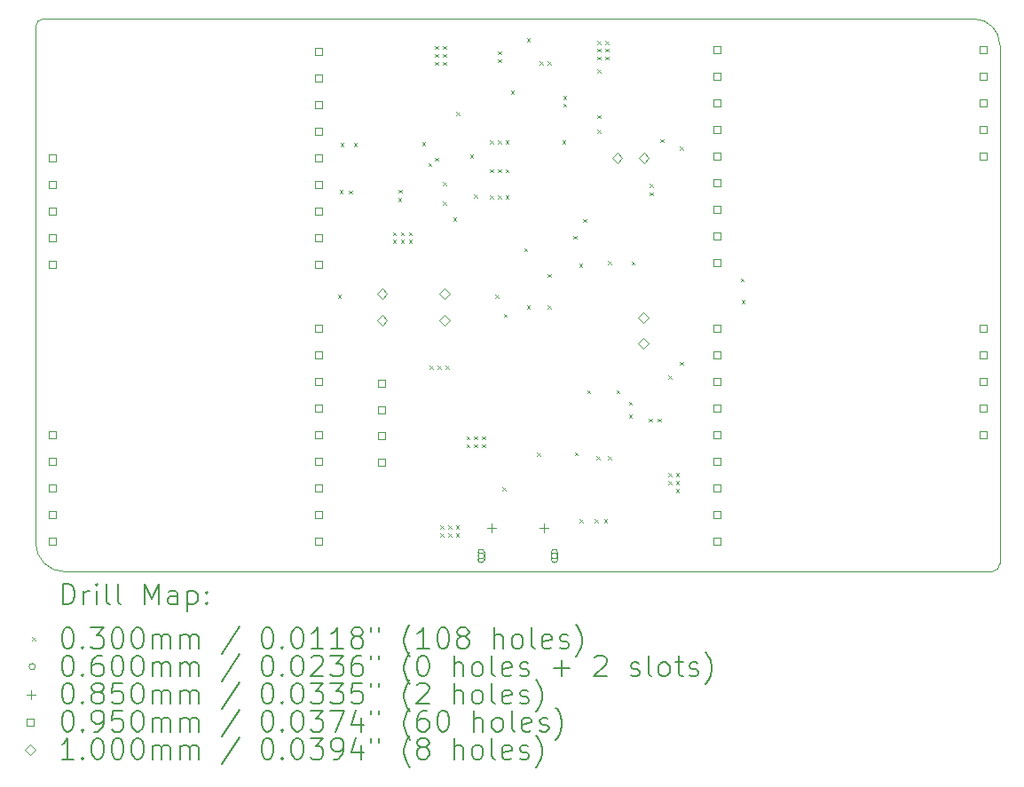
<source format=gbr>
%TF.GenerationSoftware,KiCad,Pcbnew,9.0.0*%
%TF.CreationDate,2025-04-17T11:51:36-07:00*%
%TF.ProjectId,Telemetry_STM32_V3,54656c65-6d65-4747-9279-5f53544d3332,rev?*%
%TF.SameCoordinates,Original*%
%TF.FileFunction,Drillmap*%
%TF.FilePolarity,Positive*%
%FSLAX45Y45*%
G04 Gerber Fmt 4.5, Leading zero omitted, Abs format (unit mm)*
G04 Created by KiCad (PCBNEW 9.0.0) date 2025-04-17 11:51:36*
%MOMM*%
%LPD*%
G01*
G04 APERTURE LIST*
%ADD10C,0.050000*%
%ADD11C,0.200000*%
%ADD12C,0.100000*%
G04 APERTURE END LIST*
D10*
X19350000Y-8550000D02*
G75*
G02*
X19600000Y-8800000I0J-250000D01*
G01*
X10400000Y-13550000D02*
X10400000Y-8625000D01*
X10400000Y-8625000D02*
G75*
G02*
X10475000Y-8550000I75000J0D01*
G01*
X10475000Y-8550000D02*
X19350000Y-8550000D01*
X10675000Y-13825000D02*
G75*
G02*
X10400000Y-13550000I0J275000D01*
G01*
X19600000Y-13750000D02*
G75*
G02*
X19525000Y-13825000I-75000J0D01*
G01*
X19600000Y-8800000D02*
X19600000Y-13750000D01*
X19525000Y-13825000D02*
X10675000Y-13825000D01*
D11*
D12*
X13285000Y-11185000D02*
X13315000Y-11215000D01*
X13315000Y-11185000D02*
X13285000Y-11215000D01*
X13300000Y-10185000D02*
X13330000Y-10215000D01*
X13330000Y-10185000D02*
X13300000Y-10215000D01*
X13310000Y-9735000D02*
X13340000Y-9765000D01*
X13340000Y-9735000D02*
X13310000Y-9765000D01*
X13389834Y-10189606D02*
X13419834Y-10219606D01*
X13419834Y-10189606D02*
X13389834Y-10219606D01*
X13435000Y-9735000D02*
X13465000Y-9765000D01*
X13465000Y-9735000D02*
X13435000Y-9765000D01*
X13810000Y-10585000D02*
X13840000Y-10615000D01*
X13840000Y-10585000D02*
X13810000Y-10615000D01*
X13810000Y-10660000D02*
X13840000Y-10690000D01*
X13840000Y-10660000D02*
X13810000Y-10690000D01*
X13860000Y-10260000D02*
X13890000Y-10290000D01*
X13890000Y-10260000D02*
X13860000Y-10290000D01*
X13865321Y-10180177D02*
X13895321Y-10210177D01*
X13895321Y-10180177D02*
X13865321Y-10210177D01*
X13885000Y-10585000D02*
X13915000Y-10615000D01*
X13915000Y-10585000D02*
X13885000Y-10615000D01*
X13885000Y-10660000D02*
X13915000Y-10690000D01*
X13915000Y-10660000D02*
X13885000Y-10690000D01*
X13960000Y-10585000D02*
X13990000Y-10615000D01*
X13990000Y-10585000D02*
X13960000Y-10615000D01*
X13960000Y-10660000D02*
X13990000Y-10690000D01*
X13990000Y-10660000D02*
X13960000Y-10690000D01*
X14089000Y-9729000D02*
X14119000Y-9759000D01*
X14119000Y-9729000D02*
X14089000Y-9759000D01*
X14146657Y-9925901D02*
X14176657Y-9955901D01*
X14176657Y-9925901D02*
X14146657Y-9955901D01*
X14160000Y-11860000D02*
X14190000Y-11890000D01*
X14190000Y-11860000D02*
X14160000Y-11890000D01*
X14208375Y-9875000D02*
X14238375Y-9905000D01*
X14238375Y-9875000D02*
X14208375Y-9905000D01*
X14210000Y-8810000D02*
X14240000Y-8840000D01*
X14240000Y-8810000D02*
X14210000Y-8840000D01*
X14210000Y-8885000D02*
X14240000Y-8915000D01*
X14240000Y-8885000D02*
X14210000Y-8915000D01*
X14210000Y-8960000D02*
X14240000Y-8990000D01*
X14240000Y-8960000D02*
X14210000Y-8990000D01*
X14235000Y-11860000D02*
X14265000Y-11890000D01*
X14265000Y-11860000D02*
X14235000Y-11890000D01*
X14260000Y-13385000D02*
X14290000Y-13415000D01*
X14290000Y-13385000D02*
X14260000Y-13415000D01*
X14260000Y-13460000D02*
X14290000Y-13490000D01*
X14290000Y-13460000D02*
X14260000Y-13490000D01*
X14285000Y-8810000D02*
X14315000Y-8840000D01*
X14315000Y-8810000D02*
X14285000Y-8840000D01*
X14285000Y-8885000D02*
X14315000Y-8915000D01*
X14315000Y-8885000D02*
X14285000Y-8915000D01*
X14285000Y-8960000D02*
X14315000Y-8990000D01*
X14315000Y-8960000D02*
X14285000Y-8990000D01*
X14285000Y-10295000D02*
X14315000Y-10325000D01*
X14315000Y-10295000D02*
X14285000Y-10325000D01*
X14288057Y-10107914D02*
X14318057Y-10137914D01*
X14318057Y-10107914D02*
X14288057Y-10137914D01*
X14310000Y-11860000D02*
X14340000Y-11890000D01*
X14340000Y-11860000D02*
X14310000Y-11890000D01*
X14335000Y-13385000D02*
X14365000Y-13415000D01*
X14365000Y-13385000D02*
X14335000Y-13415000D01*
X14335000Y-13460000D02*
X14365000Y-13490000D01*
X14365000Y-13460000D02*
X14335000Y-13490000D01*
X14383000Y-10445000D02*
X14413000Y-10475000D01*
X14413000Y-10445000D02*
X14383000Y-10475000D01*
X14410000Y-13385000D02*
X14440000Y-13415000D01*
X14440000Y-13385000D02*
X14410000Y-13415000D01*
X14410000Y-13460000D02*
X14440000Y-13490000D01*
X14440000Y-13460000D02*
X14410000Y-13490000D01*
X14412500Y-9440000D02*
X14442500Y-9470000D01*
X14442500Y-9440000D02*
X14412500Y-9470000D01*
X14510000Y-12535000D02*
X14540000Y-12565000D01*
X14540000Y-12535000D02*
X14510000Y-12565000D01*
X14510000Y-12610000D02*
X14540000Y-12640000D01*
X14540000Y-12610000D02*
X14510000Y-12640000D01*
X14545000Y-9845000D02*
X14575000Y-9875000D01*
X14575000Y-9845000D02*
X14545000Y-9875000D01*
X14585000Y-10225000D02*
X14615000Y-10255000D01*
X14615000Y-10225000D02*
X14585000Y-10255000D01*
X14585000Y-12535000D02*
X14615000Y-12565000D01*
X14615000Y-12535000D02*
X14585000Y-12565000D01*
X14585000Y-12610000D02*
X14615000Y-12640000D01*
X14615000Y-12610000D02*
X14585000Y-12640000D01*
X14660000Y-12535000D02*
X14690000Y-12565000D01*
X14690000Y-12535000D02*
X14660000Y-12565000D01*
X14660000Y-12610000D02*
X14690000Y-12640000D01*
X14690000Y-12610000D02*
X14660000Y-12640000D01*
X14735000Y-9710000D02*
X14765000Y-9740000D01*
X14765000Y-9710000D02*
X14735000Y-9740000D01*
X14735000Y-9985000D02*
X14765000Y-10015000D01*
X14765000Y-9985000D02*
X14735000Y-10015000D01*
X14735000Y-10235000D02*
X14765000Y-10265000D01*
X14765000Y-10235000D02*
X14735000Y-10265000D01*
X14785000Y-11185000D02*
X14815000Y-11215000D01*
X14815000Y-11185000D02*
X14785000Y-11215000D01*
X14810000Y-8860000D02*
X14840000Y-8890000D01*
X14840000Y-8860000D02*
X14810000Y-8890000D01*
X14810000Y-8935000D02*
X14840000Y-8965000D01*
X14840000Y-8935000D02*
X14810000Y-8965000D01*
X14810000Y-9710000D02*
X14840000Y-9740000D01*
X14840000Y-9710000D02*
X14810000Y-9740000D01*
X14810000Y-9985000D02*
X14840000Y-10015000D01*
X14840000Y-9985000D02*
X14810000Y-10015000D01*
X14810000Y-10235000D02*
X14840000Y-10265000D01*
X14840000Y-10235000D02*
X14810000Y-10265000D01*
X14855000Y-13021250D02*
X14885000Y-13051250D01*
X14885000Y-13021250D02*
X14855000Y-13051250D01*
X14865000Y-11365000D02*
X14895000Y-11395000D01*
X14895000Y-11365000D02*
X14865000Y-11395000D01*
X14885000Y-9710000D02*
X14915000Y-9740000D01*
X14915000Y-9710000D02*
X14885000Y-9740000D01*
X14885000Y-9985000D02*
X14915000Y-10015000D01*
X14915000Y-9985000D02*
X14885000Y-10015000D01*
X14885000Y-10235000D02*
X14915000Y-10265000D01*
X14915000Y-10235000D02*
X14885000Y-10265000D01*
X14935000Y-9235000D02*
X14965000Y-9265000D01*
X14965000Y-9235000D02*
X14935000Y-9265000D01*
X15062500Y-10740000D02*
X15092500Y-10770000D01*
X15092500Y-10740000D02*
X15062500Y-10770000D01*
X15085000Y-8735000D02*
X15115000Y-8765000D01*
X15115000Y-8735000D02*
X15085000Y-8765000D01*
X15085000Y-11285000D02*
X15115000Y-11315000D01*
X15115000Y-11285000D02*
X15085000Y-11315000D01*
X15185000Y-12691250D02*
X15215000Y-12721250D01*
X15215000Y-12691250D02*
X15185000Y-12721250D01*
X15210000Y-8955000D02*
X15240000Y-8985000D01*
X15240000Y-8955000D02*
X15210000Y-8985000D01*
X15285000Y-8955000D02*
X15315000Y-8985000D01*
X15315000Y-8955000D02*
X15285000Y-8985000D01*
X15285000Y-10985000D02*
X15315000Y-11015000D01*
X15315000Y-10985000D02*
X15285000Y-11015000D01*
X15285000Y-11285000D02*
X15315000Y-11315000D01*
X15315000Y-11285000D02*
X15285000Y-11315000D01*
X15425000Y-9710000D02*
X15455000Y-9740000D01*
X15455000Y-9710000D02*
X15425000Y-9740000D01*
X15435000Y-9285000D02*
X15465000Y-9315000D01*
X15465000Y-9285000D02*
X15435000Y-9315000D01*
X15435000Y-9360000D02*
X15465000Y-9390000D01*
X15465000Y-9360000D02*
X15435000Y-9390000D01*
X15532500Y-10620000D02*
X15562500Y-10650000D01*
X15562500Y-10620000D02*
X15532500Y-10650000D01*
X15545000Y-12685000D02*
X15575000Y-12715000D01*
X15575000Y-12685000D02*
X15545000Y-12715000D01*
X15585000Y-10885000D02*
X15615000Y-10915000D01*
X15615000Y-10885000D02*
X15585000Y-10915000D01*
X15590000Y-13325000D02*
X15620000Y-13355000D01*
X15620000Y-13325000D02*
X15590000Y-13355000D01*
X15626250Y-10458750D02*
X15656250Y-10488750D01*
X15656250Y-10458750D02*
X15626250Y-10488750D01*
X15661817Y-12095000D02*
X15691817Y-12125000D01*
X15691817Y-12095000D02*
X15661817Y-12125000D01*
X15735000Y-13325000D02*
X15765000Y-13355000D01*
X15765000Y-13325000D02*
X15735000Y-13355000D01*
X15751817Y-12725000D02*
X15781817Y-12755000D01*
X15781817Y-12725000D02*
X15751817Y-12755000D01*
X15760000Y-8760000D02*
X15790000Y-8790000D01*
X15790000Y-8760000D02*
X15760000Y-8790000D01*
X15760000Y-8835000D02*
X15790000Y-8865000D01*
X15790000Y-8835000D02*
X15760000Y-8865000D01*
X15760000Y-8910000D02*
X15790000Y-8940000D01*
X15790000Y-8910000D02*
X15760000Y-8940000D01*
X15760000Y-9032500D02*
X15790000Y-9062500D01*
X15790000Y-9032500D02*
X15760000Y-9062500D01*
X15760000Y-9470000D02*
X15790000Y-9500000D01*
X15790000Y-9470000D02*
X15760000Y-9500000D01*
X15760000Y-9610000D02*
X15790000Y-9640000D01*
X15790000Y-9610000D02*
X15760000Y-9640000D01*
X15825000Y-13325000D02*
X15855000Y-13355000D01*
X15855000Y-13325000D02*
X15825000Y-13355000D01*
X15835000Y-8760000D02*
X15865000Y-8790000D01*
X15865000Y-8760000D02*
X15835000Y-8790000D01*
X15835000Y-8835000D02*
X15865000Y-8865000D01*
X15865000Y-8835000D02*
X15835000Y-8865000D01*
X15835000Y-8910000D02*
X15865000Y-8940000D01*
X15865000Y-8910000D02*
X15835000Y-8940000D01*
X15860000Y-10860000D02*
X15890000Y-10890000D01*
X15890000Y-10860000D02*
X15860000Y-10890000D01*
X15861817Y-12725000D02*
X15891817Y-12755000D01*
X15891817Y-12725000D02*
X15861817Y-12755000D01*
X15941817Y-12095000D02*
X15971817Y-12125000D01*
X15971817Y-12095000D02*
X15941817Y-12125000D01*
X16061817Y-12205000D02*
X16091817Y-12235000D01*
X16091817Y-12205000D02*
X16061817Y-12235000D01*
X16061817Y-12325000D02*
X16091817Y-12355000D01*
X16091817Y-12325000D02*
X16061817Y-12355000D01*
X16085000Y-10865000D02*
X16115000Y-10895000D01*
X16115000Y-10865000D02*
X16085000Y-10895000D01*
X16251817Y-12365000D02*
X16281817Y-12395000D01*
X16281817Y-12365000D02*
X16251817Y-12395000D01*
X16260000Y-10125000D02*
X16290000Y-10155000D01*
X16290000Y-10125000D02*
X16260000Y-10155000D01*
X16260000Y-10205000D02*
X16290000Y-10235000D01*
X16290000Y-10205000D02*
X16260000Y-10235000D01*
X16335000Y-12365000D02*
X16365000Y-12395000D01*
X16365000Y-12365000D02*
X16335000Y-12395000D01*
X16362924Y-9696000D02*
X16392924Y-9726000D01*
X16392924Y-9696000D02*
X16362924Y-9726000D01*
X16435000Y-12885000D02*
X16465000Y-12915000D01*
X16465000Y-12885000D02*
X16435000Y-12915000D01*
X16435000Y-12960000D02*
X16465000Y-12990000D01*
X16465000Y-12960000D02*
X16435000Y-12990000D01*
X16437500Y-11952500D02*
X16467500Y-11982500D01*
X16467500Y-11952500D02*
X16437500Y-11982500D01*
X16510000Y-12885000D02*
X16540000Y-12915000D01*
X16540000Y-12885000D02*
X16510000Y-12915000D01*
X16510000Y-12960000D02*
X16540000Y-12990000D01*
X16540000Y-12960000D02*
X16510000Y-12990000D01*
X16510000Y-13035000D02*
X16540000Y-13065000D01*
X16540000Y-13035000D02*
X16510000Y-13065000D01*
X16547500Y-11822500D02*
X16577500Y-11852500D01*
X16577500Y-11822500D02*
X16547500Y-11852500D01*
X16548750Y-9771250D02*
X16578750Y-9801250D01*
X16578750Y-9771250D02*
X16548750Y-9801250D01*
X17127500Y-11025000D02*
X17157500Y-11055000D01*
X17157500Y-11025000D02*
X17127500Y-11055000D01*
X17135000Y-11235000D02*
X17165000Y-11265000D01*
X17165000Y-11235000D02*
X17135000Y-11265000D01*
X14680000Y-13675000D02*
G75*
G02*
X14620000Y-13675000I-30000J0D01*
G01*
X14620000Y-13675000D02*
G75*
G02*
X14680000Y-13675000I30000J0D01*
G01*
X14680000Y-13710000D02*
X14680000Y-13640000D01*
X14620000Y-13640000D02*
G75*
G02*
X14680000Y-13640000I30000J0D01*
G01*
X14620000Y-13640000D02*
X14620000Y-13710000D01*
X14620000Y-13710000D02*
G75*
G03*
X14680000Y-13710000I30000J0D01*
G01*
X15380000Y-13675000D02*
G75*
G02*
X15320000Y-13675000I-30000J0D01*
G01*
X15320000Y-13675000D02*
G75*
G02*
X15380000Y-13675000I30000J0D01*
G01*
X15320000Y-13640000D02*
X15320000Y-13710000D01*
X15380000Y-13710000D02*
G75*
G02*
X15320000Y-13710000I-30000J0D01*
G01*
X15380000Y-13710000D02*
X15380000Y-13640000D01*
X15380000Y-13640000D02*
G75*
G03*
X15320000Y-13640000I-30000J0D01*
G01*
X14750000Y-13362500D02*
X14750000Y-13447500D01*
X14707500Y-13405000D02*
X14792500Y-13405000D01*
X15250000Y-13362500D02*
X15250000Y-13447500D01*
X15207500Y-13405000D02*
X15292500Y-13405000D01*
X10593588Y-9913588D02*
X10593588Y-9846412D01*
X10526412Y-9846412D01*
X10526412Y-9913588D01*
X10593588Y-9913588D01*
X10593588Y-10167588D02*
X10593588Y-10100412D01*
X10526412Y-10100412D01*
X10526412Y-10167588D01*
X10593588Y-10167588D01*
X10593588Y-10421588D02*
X10593588Y-10354412D01*
X10526412Y-10354412D01*
X10526412Y-10421588D01*
X10593588Y-10421588D01*
X10593588Y-10675588D02*
X10593588Y-10608412D01*
X10526412Y-10608412D01*
X10526412Y-10675588D01*
X10593588Y-10675588D01*
X10593588Y-10929588D02*
X10593588Y-10862412D01*
X10526412Y-10862412D01*
X10526412Y-10929588D01*
X10593588Y-10929588D01*
X10593588Y-12549588D02*
X10593588Y-12482412D01*
X10526412Y-12482412D01*
X10526412Y-12549588D01*
X10593588Y-12549588D01*
X10593588Y-12803588D02*
X10593588Y-12736412D01*
X10526412Y-12736412D01*
X10526412Y-12803588D01*
X10593588Y-12803588D01*
X10593588Y-13057588D02*
X10593588Y-12990412D01*
X10526412Y-12990412D01*
X10526412Y-13057588D01*
X10593588Y-13057588D01*
X10593588Y-13311588D02*
X10593588Y-13244412D01*
X10526412Y-13244412D01*
X10526412Y-13311588D01*
X10593588Y-13311588D01*
X10593588Y-13565588D02*
X10593588Y-13498412D01*
X10526412Y-13498412D01*
X10526412Y-13565588D01*
X10593588Y-13565588D01*
X13133588Y-8897588D02*
X13133588Y-8830412D01*
X13066412Y-8830412D01*
X13066412Y-8897588D01*
X13133588Y-8897588D01*
X13133588Y-9151588D02*
X13133588Y-9084412D01*
X13066412Y-9084412D01*
X13066412Y-9151588D01*
X13133588Y-9151588D01*
X13133588Y-9405588D02*
X13133588Y-9338412D01*
X13066412Y-9338412D01*
X13066412Y-9405588D01*
X13133588Y-9405588D01*
X13133588Y-9659588D02*
X13133588Y-9592412D01*
X13066412Y-9592412D01*
X13066412Y-9659588D01*
X13133588Y-9659588D01*
X13133588Y-9913588D02*
X13133588Y-9846412D01*
X13066412Y-9846412D01*
X13066412Y-9913588D01*
X13133588Y-9913588D01*
X13133588Y-10167588D02*
X13133588Y-10100412D01*
X13066412Y-10100412D01*
X13066412Y-10167588D01*
X13133588Y-10167588D01*
X13133588Y-10421588D02*
X13133588Y-10354412D01*
X13066412Y-10354412D01*
X13066412Y-10421588D01*
X13133588Y-10421588D01*
X13133588Y-10675588D02*
X13133588Y-10608412D01*
X13066412Y-10608412D01*
X13066412Y-10675588D01*
X13133588Y-10675588D01*
X13133588Y-10929588D02*
X13133588Y-10862412D01*
X13066412Y-10862412D01*
X13066412Y-10929588D01*
X13133588Y-10929588D01*
X13133588Y-11533588D02*
X13133588Y-11466412D01*
X13066412Y-11466412D01*
X13066412Y-11533588D01*
X13133588Y-11533588D01*
X13133588Y-11787588D02*
X13133588Y-11720412D01*
X13066412Y-11720412D01*
X13066412Y-11787588D01*
X13133588Y-11787588D01*
X13133588Y-12041588D02*
X13133588Y-11974412D01*
X13066412Y-11974412D01*
X13066412Y-12041588D01*
X13133588Y-12041588D01*
X13133588Y-12295588D02*
X13133588Y-12228412D01*
X13066412Y-12228412D01*
X13066412Y-12295588D01*
X13133588Y-12295588D01*
X13133588Y-12549588D02*
X13133588Y-12482412D01*
X13066412Y-12482412D01*
X13066412Y-12549588D01*
X13133588Y-12549588D01*
X13133588Y-12803588D02*
X13133588Y-12736412D01*
X13066412Y-12736412D01*
X13066412Y-12803588D01*
X13133588Y-12803588D01*
X13133588Y-13057588D02*
X13133588Y-12990412D01*
X13066412Y-12990412D01*
X13066412Y-13057588D01*
X13133588Y-13057588D01*
X13133588Y-13311588D02*
X13133588Y-13244412D01*
X13066412Y-13244412D01*
X13066412Y-13311588D01*
X13133588Y-13311588D01*
X13133588Y-13565588D02*
X13133588Y-13498412D01*
X13066412Y-13498412D01*
X13066412Y-13565588D01*
X13133588Y-13565588D01*
X13733588Y-12062338D02*
X13733588Y-11995162D01*
X13666412Y-11995162D01*
X13666412Y-12062338D01*
X13733588Y-12062338D01*
X13733588Y-12312338D02*
X13733588Y-12245162D01*
X13666412Y-12245162D01*
X13666412Y-12312338D01*
X13733588Y-12312338D01*
X13733588Y-12562338D02*
X13733588Y-12495162D01*
X13666412Y-12495162D01*
X13666412Y-12562338D01*
X13733588Y-12562338D01*
X13733588Y-12812338D02*
X13733588Y-12745162D01*
X13666412Y-12745162D01*
X13666412Y-12812338D01*
X13733588Y-12812338D01*
X16933588Y-8879588D02*
X16933588Y-8812412D01*
X16866412Y-8812412D01*
X16866412Y-8879588D01*
X16933588Y-8879588D01*
X16933588Y-9133588D02*
X16933588Y-9066412D01*
X16866412Y-9066412D01*
X16866412Y-9133588D01*
X16933588Y-9133588D01*
X16933588Y-9387588D02*
X16933588Y-9320412D01*
X16866412Y-9320412D01*
X16866412Y-9387588D01*
X16933588Y-9387588D01*
X16933588Y-9641588D02*
X16933588Y-9574412D01*
X16866412Y-9574412D01*
X16866412Y-9641588D01*
X16933588Y-9641588D01*
X16933588Y-9895588D02*
X16933588Y-9828412D01*
X16866412Y-9828412D01*
X16866412Y-9895588D01*
X16933588Y-9895588D01*
X16933588Y-10149588D02*
X16933588Y-10082412D01*
X16866412Y-10082412D01*
X16866412Y-10149588D01*
X16933588Y-10149588D01*
X16933588Y-10403588D02*
X16933588Y-10336412D01*
X16866412Y-10336412D01*
X16866412Y-10403588D01*
X16933588Y-10403588D01*
X16933588Y-10657588D02*
X16933588Y-10590412D01*
X16866412Y-10590412D01*
X16866412Y-10657588D01*
X16933588Y-10657588D01*
X16933588Y-10911588D02*
X16933588Y-10844412D01*
X16866412Y-10844412D01*
X16866412Y-10911588D01*
X16933588Y-10911588D01*
X16933588Y-11533588D02*
X16933588Y-11466412D01*
X16866412Y-11466412D01*
X16866412Y-11533588D01*
X16933588Y-11533588D01*
X16933588Y-11787588D02*
X16933588Y-11720412D01*
X16866412Y-11720412D01*
X16866412Y-11787588D01*
X16933588Y-11787588D01*
X16933588Y-12041588D02*
X16933588Y-11974412D01*
X16866412Y-11974412D01*
X16866412Y-12041588D01*
X16933588Y-12041588D01*
X16933588Y-12295588D02*
X16933588Y-12228412D01*
X16866412Y-12228412D01*
X16866412Y-12295588D01*
X16933588Y-12295588D01*
X16933588Y-12549588D02*
X16933588Y-12482412D01*
X16866412Y-12482412D01*
X16866412Y-12549588D01*
X16933588Y-12549588D01*
X16933588Y-12803588D02*
X16933588Y-12736412D01*
X16866412Y-12736412D01*
X16866412Y-12803588D01*
X16933588Y-12803588D01*
X16933588Y-13057588D02*
X16933588Y-12990412D01*
X16866412Y-12990412D01*
X16866412Y-13057588D01*
X16933588Y-13057588D01*
X16933588Y-13311588D02*
X16933588Y-13244412D01*
X16866412Y-13244412D01*
X16866412Y-13311588D01*
X16933588Y-13311588D01*
X16933588Y-13565588D02*
X16933588Y-13498412D01*
X16866412Y-13498412D01*
X16866412Y-13565588D01*
X16933588Y-13565588D01*
X19473588Y-8879588D02*
X19473588Y-8812412D01*
X19406412Y-8812412D01*
X19406412Y-8879588D01*
X19473588Y-8879588D01*
X19473588Y-9133588D02*
X19473588Y-9066412D01*
X19406412Y-9066412D01*
X19406412Y-9133588D01*
X19473588Y-9133588D01*
X19473588Y-9387588D02*
X19473588Y-9320412D01*
X19406412Y-9320412D01*
X19406412Y-9387588D01*
X19473588Y-9387588D01*
X19473588Y-9641588D02*
X19473588Y-9574412D01*
X19406412Y-9574412D01*
X19406412Y-9641588D01*
X19473588Y-9641588D01*
X19473588Y-9895588D02*
X19473588Y-9828412D01*
X19406412Y-9828412D01*
X19406412Y-9895588D01*
X19473588Y-9895588D01*
X19473588Y-11533588D02*
X19473588Y-11466412D01*
X19406412Y-11466412D01*
X19406412Y-11533588D01*
X19473588Y-11533588D01*
X19473588Y-11787588D02*
X19473588Y-11720412D01*
X19406412Y-11720412D01*
X19406412Y-11787588D01*
X19473588Y-11787588D01*
X19473588Y-12041588D02*
X19473588Y-11974412D01*
X19406412Y-11974412D01*
X19406412Y-12041588D01*
X19473588Y-12041588D01*
X19473588Y-12295588D02*
X19473588Y-12228412D01*
X19406412Y-12228412D01*
X19406412Y-12295588D01*
X19473588Y-12295588D01*
X19473588Y-12549588D02*
X19473588Y-12482412D01*
X19406412Y-12482412D01*
X19406412Y-12549588D01*
X19473588Y-12549588D01*
X13705000Y-11225000D02*
X13755000Y-11175000D01*
X13705000Y-11125000D01*
X13655000Y-11175000D01*
X13705000Y-11225000D01*
X13705000Y-11475000D02*
X13755000Y-11425000D01*
X13705000Y-11375000D01*
X13655000Y-11425000D01*
X13705000Y-11475000D01*
X14300000Y-11222500D02*
X14350000Y-11172500D01*
X14300000Y-11122500D01*
X14250000Y-11172500D01*
X14300000Y-11222500D01*
X14300000Y-11476500D02*
X14350000Y-11426500D01*
X14300000Y-11376500D01*
X14250000Y-11426500D01*
X14300000Y-11476500D01*
X15948500Y-9925000D02*
X15998500Y-9875000D01*
X15948500Y-9825000D01*
X15898500Y-9875000D01*
X15948500Y-9925000D01*
X16195000Y-11450000D02*
X16245000Y-11400000D01*
X16195000Y-11350000D01*
X16145000Y-11400000D01*
X16195000Y-11450000D01*
X16195000Y-11700000D02*
X16245000Y-11650000D01*
X16195000Y-11600000D01*
X16145000Y-11650000D01*
X16195000Y-11700000D01*
X16202500Y-9925000D02*
X16252500Y-9875000D01*
X16202500Y-9825000D01*
X16152500Y-9875000D01*
X16202500Y-9925000D01*
D11*
X10658277Y-14138984D02*
X10658277Y-13938984D01*
X10658277Y-13938984D02*
X10705896Y-13938984D01*
X10705896Y-13938984D02*
X10734467Y-13948508D01*
X10734467Y-13948508D02*
X10753515Y-13967555D01*
X10753515Y-13967555D02*
X10763039Y-13986603D01*
X10763039Y-13986603D02*
X10772563Y-14024698D01*
X10772563Y-14024698D02*
X10772563Y-14053269D01*
X10772563Y-14053269D02*
X10763039Y-14091365D01*
X10763039Y-14091365D02*
X10753515Y-14110412D01*
X10753515Y-14110412D02*
X10734467Y-14129460D01*
X10734467Y-14129460D02*
X10705896Y-14138984D01*
X10705896Y-14138984D02*
X10658277Y-14138984D01*
X10858277Y-14138984D02*
X10858277Y-14005650D01*
X10858277Y-14043746D02*
X10867801Y-14024698D01*
X10867801Y-14024698D02*
X10877324Y-14015174D01*
X10877324Y-14015174D02*
X10896372Y-14005650D01*
X10896372Y-14005650D02*
X10915420Y-14005650D01*
X10982086Y-14138984D02*
X10982086Y-14005650D01*
X10982086Y-13938984D02*
X10972563Y-13948508D01*
X10972563Y-13948508D02*
X10982086Y-13958031D01*
X10982086Y-13958031D02*
X10991610Y-13948508D01*
X10991610Y-13948508D02*
X10982086Y-13938984D01*
X10982086Y-13938984D02*
X10982086Y-13958031D01*
X11105896Y-14138984D02*
X11086848Y-14129460D01*
X11086848Y-14129460D02*
X11077324Y-14110412D01*
X11077324Y-14110412D02*
X11077324Y-13938984D01*
X11210658Y-14138984D02*
X11191610Y-14129460D01*
X11191610Y-14129460D02*
X11182086Y-14110412D01*
X11182086Y-14110412D02*
X11182086Y-13938984D01*
X11439229Y-14138984D02*
X11439229Y-13938984D01*
X11439229Y-13938984D02*
X11505896Y-14081841D01*
X11505896Y-14081841D02*
X11572562Y-13938984D01*
X11572562Y-13938984D02*
X11572562Y-14138984D01*
X11753515Y-14138984D02*
X11753515Y-14034222D01*
X11753515Y-14034222D02*
X11743991Y-14015174D01*
X11743991Y-14015174D02*
X11724943Y-14005650D01*
X11724943Y-14005650D02*
X11686848Y-14005650D01*
X11686848Y-14005650D02*
X11667801Y-14015174D01*
X11753515Y-14129460D02*
X11734467Y-14138984D01*
X11734467Y-14138984D02*
X11686848Y-14138984D01*
X11686848Y-14138984D02*
X11667801Y-14129460D01*
X11667801Y-14129460D02*
X11658277Y-14110412D01*
X11658277Y-14110412D02*
X11658277Y-14091365D01*
X11658277Y-14091365D02*
X11667801Y-14072317D01*
X11667801Y-14072317D02*
X11686848Y-14062793D01*
X11686848Y-14062793D02*
X11734467Y-14062793D01*
X11734467Y-14062793D02*
X11753515Y-14053269D01*
X11848753Y-14005650D02*
X11848753Y-14205650D01*
X11848753Y-14015174D02*
X11867801Y-14005650D01*
X11867801Y-14005650D02*
X11905896Y-14005650D01*
X11905896Y-14005650D02*
X11924943Y-14015174D01*
X11924943Y-14015174D02*
X11934467Y-14024698D01*
X11934467Y-14024698D02*
X11943991Y-14043746D01*
X11943991Y-14043746D02*
X11943991Y-14100888D01*
X11943991Y-14100888D02*
X11934467Y-14119936D01*
X11934467Y-14119936D02*
X11924943Y-14129460D01*
X11924943Y-14129460D02*
X11905896Y-14138984D01*
X11905896Y-14138984D02*
X11867801Y-14138984D01*
X11867801Y-14138984D02*
X11848753Y-14129460D01*
X12029705Y-14119936D02*
X12039229Y-14129460D01*
X12039229Y-14129460D02*
X12029705Y-14138984D01*
X12029705Y-14138984D02*
X12020182Y-14129460D01*
X12020182Y-14129460D02*
X12029705Y-14119936D01*
X12029705Y-14119936D02*
X12029705Y-14138984D01*
X12029705Y-14015174D02*
X12039229Y-14024698D01*
X12039229Y-14024698D02*
X12029705Y-14034222D01*
X12029705Y-14034222D02*
X12020182Y-14024698D01*
X12020182Y-14024698D02*
X12029705Y-14015174D01*
X12029705Y-14015174D02*
X12029705Y-14034222D01*
D12*
X10367500Y-14452500D02*
X10397500Y-14482500D01*
X10397500Y-14452500D02*
X10367500Y-14482500D01*
D11*
X10696372Y-14358984D02*
X10715420Y-14358984D01*
X10715420Y-14358984D02*
X10734467Y-14368508D01*
X10734467Y-14368508D02*
X10743991Y-14378031D01*
X10743991Y-14378031D02*
X10753515Y-14397079D01*
X10753515Y-14397079D02*
X10763039Y-14435174D01*
X10763039Y-14435174D02*
X10763039Y-14482793D01*
X10763039Y-14482793D02*
X10753515Y-14520888D01*
X10753515Y-14520888D02*
X10743991Y-14539936D01*
X10743991Y-14539936D02*
X10734467Y-14549460D01*
X10734467Y-14549460D02*
X10715420Y-14558984D01*
X10715420Y-14558984D02*
X10696372Y-14558984D01*
X10696372Y-14558984D02*
X10677324Y-14549460D01*
X10677324Y-14549460D02*
X10667801Y-14539936D01*
X10667801Y-14539936D02*
X10658277Y-14520888D01*
X10658277Y-14520888D02*
X10648753Y-14482793D01*
X10648753Y-14482793D02*
X10648753Y-14435174D01*
X10648753Y-14435174D02*
X10658277Y-14397079D01*
X10658277Y-14397079D02*
X10667801Y-14378031D01*
X10667801Y-14378031D02*
X10677324Y-14368508D01*
X10677324Y-14368508D02*
X10696372Y-14358984D01*
X10848753Y-14539936D02*
X10858277Y-14549460D01*
X10858277Y-14549460D02*
X10848753Y-14558984D01*
X10848753Y-14558984D02*
X10839229Y-14549460D01*
X10839229Y-14549460D02*
X10848753Y-14539936D01*
X10848753Y-14539936D02*
X10848753Y-14558984D01*
X10924944Y-14358984D02*
X11048753Y-14358984D01*
X11048753Y-14358984D02*
X10982086Y-14435174D01*
X10982086Y-14435174D02*
X11010658Y-14435174D01*
X11010658Y-14435174D02*
X11029705Y-14444698D01*
X11029705Y-14444698D02*
X11039229Y-14454222D01*
X11039229Y-14454222D02*
X11048753Y-14473269D01*
X11048753Y-14473269D02*
X11048753Y-14520888D01*
X11048753Y-14520888D02*
X11039229Y-14539936D01*
X11039229Y-14539936D02*
X11029705Y-14549460D01*
X11029705Y-14549460D02*
X11010658Y-14558984D01*
X11010658Y-14558984D02*
X10953515Y-14558984D01*
X10953515Y-14558984D02*
X10934467Y-14549460D01*
X10934467Y-14549460D02*
X10924944Y-14539936D01*
X11172563Y-14358984D02*
X11191610Y-14358984D01*
X11191610Y-14358984D02*
X11210658Y-14368508D01*
X11210658Y-14368508D02*
X11220182Y-14378031D01*
X11220182Y-14378031D02*
X11229705Y-14397079D01*
X11229705Y-14397079D02*
X11239229Y-14435174D01*
X11239229Y-14435174D02*
X11239229Y-14482793D01*
X11239229Y-14482793D02*
X11229705Y-14520888D01*
X11229705Y-14520888D02*
X11220182Y-14539936D01*
X11220182Y-14539936D02*
X11210658Y-14549460D01*
X11210658Y-14549460D02*
X11191610Y-14558984D01*
X11191610Y-14558984D02*
X11172563Y-14558984D01*
X11172563Y-14558984D02*
X11153515Y-14549460D01*
X11153515Y-14549460D02*
X11143991Y-14539936D01*
X11143991Y-14539936D02*
X11134467Y-14520888D01*
X11134467Y-14520888D02*
X11124944Y-14482793D01*
X11124944Y-14482793D02*
X11124944Y-14435174D01*
X11124944Y-14435174D02*
X11134467Y-14397079D01*
X11134467Y-14397079D02*
X11143991Y-14378031D01*
X11143991Y-14378031D02*
X11153515Y-14368508D01*
X11153515Y-14368508D02*
X11172563Y-14358984D01*
X11363039Y-14358984D02*
X11382086Y-14358984D01*
X11382086Y-14358984D02*
X11401134Y-14368508D01*
X11401134Y-14368508D02*
X11410658Y-14378031D01*
X11410658Y-14378031D02*
X11420182Y-14397079D01*
X11420182Y-14397079D02*
X11429705Y-14435174D01*
X11429705Y-14435174D02*
X11429705Y-14482793D01*
X11429705Y-14482793D02*
X11420182Y-14520888D01*
X11420182Y-14520888D02*
X11410658Y-14539936D01*
X11410658Y-14539936D02*
X11401134Y-14549460D01*
X11401134Y-14549460D02*
X11382086Y-14558984D01*
X11382086Y-14558984D02*
X11363039Y-14558984D01*
X11363039Y-14558984D02*
X11343991Y-14549460D01*
X11343991Y-14549460D02*
X11334467Y-14539936D01*
X11334467Y-14539936D02*
X11324943Y-14520888D01*
X11324943Y-14520888D02*
X11315420Y-14482793D01*
X11315420Y-14482793D02*
X11315420Y-14435174D01*
X11315420Y-14435174D02*
X11324943Y-14397079D01*
X11324943Y-14397079D02*
X11334467Y-14378031D01*
X11334467Y-14378031D02*
X11343991Y-14368508D01*
X11343991Y-14368508D02*
X11363039Y-14358984D01*
X11515420Y-14558984D02*
X11515420Y-14425650D01*
X11515420Y-14444698D02*
X11524943Y-14435174D01*
X11524943Y-14435174D02*
X11543991Y-14425650D01*
X11543991Y-14425650D02*
X11572563Y-14425650D01*
X11572563Y-14425650D02*
X11591610Y-14435174D01*
X11591610Y-14435174D02*
X11601134Y-14454222D01*
X11601134Y-14454222D02*
X11601134Y-14558984D01*
X11601134Y-14454222D02*
X11610658Y-14435174D01*
X11610658Y-14435174D02*
X11629705Y-14425650D01*
X11629705Y-14425650D02*
X11658277Y-14425650D01*
X11658277Y-14425650D02*
X11677324Y-14435174D01*
X11677324Y-14435174D02*
X11686848Y-14454222D01*
X11686848Y-14454222D02*
X11686848Y-14558984D01*
X11782086Y-14558984D02*
X11782086Y-14425650D01*
X11782086Y-14444698D02*
X11791610Y-14435174D01*
X11791610Y-14435174D02*
X11810658Y-14425650D01*
X11810658Y-14425650D02*
X11839229Y-14425650D01*
X11839229Y-14425650D02*
X11858277Y-14435174D01*
X11858277Y-14435174D02*
X11867801Y-14454222D01*
X11867801Y-14454222D02*
X11867801Y-14558984D01*
X11867801Y-14454222D02*
X11877324Y-14435174D01*
X11877324Y-14435174D02*
X11896372Y-14425650D01*
X11896372Y-14425650D02*
X11924943Y-14425650D01*
X11924943Y-14425650D02*
X11943991Y-14435174D01*
X11943991Y-14435174D02*
X11953515Y-14454222D01*
X11953515Y-14454222D02*
X11953515Y-14558984D01*
X12343991Y-14349460D02*
X12172563Y-14606603D01*
X12601134Y-14358984D02*
X12620182Y-14358984D01*
X12620182Y-14358984D02*
X12639229Y-14368508D01*
X12639229Y-14368508D02*
X12648753Y-14378031D01*
X12648753Y-14378031D02*
X12658277Y-14397079D01*
X12658277Y-14397079D02*
X12667801Y-14435174D01*
X12667801Y-14435174D02*
X12667801Y-14482793D01*
X12667801Y-14482793D02*
X12658277Y-14520888D01*
X12658277Y-14520888D02*
X12648753Y-14539936D01*
X12648753Y-14539936D02*
X12639229Y-14549460D01*
X12639229Y-14549460D02*
X12620182Y-14558984D01*
X12620182Y-14558984D02*
X12601134Y-14558984D01*
X12601134Y-14558984D02*
X12582086Y-14549460D01*
X12582086Y-14549460D02*
X12572563Y-14539936D01*
X12572563Y-14539936D02*
X12563039Y-14520888D01*
X12563039Y-14520888D02*
X12553515Y-14482793D01*
X12553515Y-14482793D02*
X12553515Y-14435174D01*
X12553515Y-14435174D02*
X12563039Y-14397079D01*
X12563039Y-14397079D02*
X12572563Y-14378031D01*
X12572563Y-14378031D02*
X12582086Y-14368508D01*
X12582086Y-14368508D02*
X12601134Y-14358984D01*
X12753515Y-14539936D02*
X12763039Y-14549460D01*
X12763039Y-14549460D02*
X12753515Y-14558984D01*
X12753515Y-14558984D02*
X12743991Y-14549460D01*
X12743991Y-14549460D02*
X12753515Y-14539936D01*
X12753515Y-14539936D02*
X12753515Y-14558984D01*
X12886848Y-14358984D02*
X12905896Y-14358984D01*
X12905896Y-14358984D02*
X12924944Y-14368508D01*
X12924944Y-14368508D02*
X12934467Y-14378031D01*
X12934467Y-14378031D02*
X12943991Y-14397079D01*
X12943991Y-14397079D02*
X12953515Y-14435174D01*
X12953515Y-14435174D02*
X12953515Y-14482793D01*
X12953515Y-14482793D02*
X12943991Y-14520888D01*
X12943991Y-14520888D02*
X12934467Y-14539936D01*
X12934467Y-14539936D02*
X12924944Y-14549460D01*
X12924944Y-14549460D02*
X12905896Y-14558984D01*
X12905896Y-14558984D02*
X12886848Y-14558984D01*
X12886848Y-14558984D02*
X12867801Y-14549460D01*
X12867801Y-14549460D02*
X12858277Y-14539936D01*
X12858277Y-14539936D02*
X12848753Y-14520888D01*
X12848753Y-14520888D02*
X12839229Y-14482793D01*
X12839229Y-14482793D02*
X12839229Y-14435174D01*
X12839229Y-14435174D02*
X12848753Y-14397079D01*
X12848753Y-14397079D02*
X12858277Y-14378031D01*
X12858277Y-14378031D02*
X12867801Y-14368508D01*
X12867801Y-14368508D02*
X12886848Y-14358984D01*
X13143991Y-14558984D02*
X13029706Y-14558984D01*
X13086848Y-14558984D02*
X13086848Y-14358984D01*
X13086848Y-14358984D02*
X13067801Y-14387555D01*
X13067801Y-14387555D02*
X13048753Y-14406603D01*
X13048753Y-14406603D02*
X13029706Y-14416127D01*
X13334467Y-14558984D02*
X13220182Y-14558984D01*
X13277325Y-14558984D02*
X13277325Y-14358984D01*
X13277325Y-14358984D02*
X13258277Y-14387555D01*
X13258277Y-14387555D02*
X13239229Y-14406603D01*
X13239229Y-14406603D02*
X13220182Y-14416127D01*
X13448753Y-14444698D02*
X13429706Y-14435174D01*
X13429706Y-14435174D02*
X13420182Y-14425650D01*
X13420182Y-14425650D02*
X13410658Y-14406603D01*
X13410658Y-14406603D02*
X13410658Y-14397079D01*
X13410658Y-14397079D02*
X13420182Y-14378031D01*
X13420182Y-14378031D02*
X13429706Y-14368508D01*
X13429706Y-14368508D02*
X13448753Y-14358984D01*
X13448753Y-14358984D02*
X13486848Y-14358984D01*
X13486848Y-14358984D02*
X13505896Y-14368508D01*
X13505896Y-14368508D02*
X13515420Y-14378031D01*
X13515420Y-14378031D02*
X13524944Y-14397079D01*
X13524944Y-14397079D02*
X13524944Y-14406603D01*
X13524944Y-14406603D02*
X13515420Y-14425650D01*
X13515420Y-14425650D02*
X13505896Y-14435174D01*
X13505896Y-14435174D02*
X13486848Y-14444698D01*
X13486848Y-14444698D02*
X13448753Y-14444698D01*
X13448753Y-14444698D02*
X13429706Y-14454222D01*
X13429706Y-14454222D02*
X13420182Y-14463746D01*
X13420182Y-14463746D02*
X13410658Y-14482793D01*
X13410658Y-14482793D02*
X13410658Y-14520888D01*
X13410658Y-14520888D02*
X13420182Y-14539936D01*
X13420182Y-14539936D02*
X13429706Y-14549460D01*
X13429706Y-14549460D02*
X13448753Y-14558984D01*
X13448753Y-14558984D02*
X13486848Y-14558984D01*
X13486848Y-14558984D02*
X13505896Y-14549460D01*
X13505896Y-14549460D02*
X13515420Y-14539936D01*
X13515420Y-14539936D02*
X13524944Y-14520888D01*
X13524944Y-14520888D02*
X13524944Y-14482793D01*
X13524944Y-14482793D02*
X13515420Y-14463746D01*
X13515420Y-14463746D02*
X13505896Y-14454222D01*
X13505896Y-14454222D02*
X13486848Y-14444698D01*
X13601134Y-14358984D02*
X13601134Y-14397079D01*
X13677325Y-14358984D02*
X13677325Y-14397079D01*
X13972563Y-14635174D02*
X13963039Y-14625650D01*
X13963039Y-14625650D02*
X13943991Y-14597079D01*
X13943991Y-14597079D02*
X13934468Y-14578031D01*
X13934468Y-14578031D02*
X13924944Y-14549460D01*
X13924944Y-14549460D02*
X13915420Y-14501841D01*
X13915420Y-14501841D02*
X13915420Y-14463746D01*
X13915420Y-14463746D02*
X13924944Y-14416127D01*
X13924944Y-14416127D02*
X13934468Y-14387555D01*
X13934468Y-14387555D02*
X13943991Y-14368508D01*
X13943991Y-14368508D02*
X13963039Y-14339936D01*
X13963039Y-14339936D02*
X13972563Y-14330412D01*
X14153515Y-14558984D02*
X14039229Y-14558984D01*
X14096372Y-14558984D02*
X14096372Y-14358984D01*
X14096372Y-14358984D02*
X14077325Y-14387555D01*
X14077325Y-14387555D02*
X14058277Y-14406603D01*
X14058277Y-14406603D02*
X14039229Y-14416127D01*
X14277325Y-14358984D02*
X14296372Y-14358984D01*
X14296372Y-14358984D02*
X14315420Y-14368508D01*
X14315420Y-14368508D02*
X14324944Y-14378031D01*
X14324944Y-14378031D02*
X14334468Y-14397079D01*
X14334468Y-14397079D02*
X14343991Y-14435174D01*
X14343991Y-14435174D02*
X14343991Y-14482793D01*
X14343991Y-14482793D02*
X14334468Y-14520888D01*
X14334468Y-14520888D02*
X14324944Y-14539936D01*
X14324944Y-14539936D02*
X14315420Y-14549460D01*
X14315420Y-14549460D02*
X14296372Y-14558984D01*
X14296372Y-14558984D02*
X14277325Y-14558984D01*
X14277325Y-14558984D02*
X14258277Y-14549460D01*
X14258277Y-14549460D02*
X14248753Y-14539936D01*
X14248753Y-14539936D02*
X14239229Y-14520888D01*
X14239229Y-14520888D02*
X14229706Y-14482793D01*
X14229706Y-14482793D02*
X14229706Y-14435174D01*
X14229706Y-14435174D02*
X14239229Y-14397079D01*
X14239229Y-14397079D02*
X14248753Y-14378031D01*
X14248753Y-14378031D02*
X14258277Y-14368508D01*
X14258277Y-14368508D02*
X14277325Y-14358984D01*
X14458277Y-14444698D02*
X14439229Y-14435174D01*
X14439229Y-14435174D02*
X14429706Y-14425650D01*
X14429706Y-14425650D02*
X14420182Y-14406603D01*
X14420182Y-14406603D02*
X14420182Y-14397079D01*
X14420182Y-14397079D02*
X14429706Y-14378031D01*
X14429706Y-14378031D02*
X14439229Y-14368508D01*
X14439229Y-14368508D02*
X14458277Y-14358984D01*
X14458277Y-14358984D02*
X14496372Y-14358984D01*
X14496372Y-14358984D02*
X14515420Y-14368508D01*
X14515420Y-14368508D02*
X14524944Y-14378031D01*
X14524944Y-14378031D02*
X14534468Y-14397079D01*
X14534468Y-14397079D02*
X14534468Y-14406603D01*
X14534468Y-14406603D02*
X14524944Y-14425650D01*
X14524944Y-14425650D02*
X14515420Y-14435174D01*
X14515420Y-14435174D02*
X14496372Y-14444698D01*
X14496372Y-14444698D02*
X14458277Y-14444698D01*
X14458277Y-14444698D02*
X14439229Y-14454222D01*
X14439229Y-14454222D02*
X14429706Y-14463746D01*
X14429706Y-14463746D02*
X14420182Y-14482793D01*
X14420182Y-14482793D02*
X14420182Y-14520888D01*
X14420182Y-14520888D02*
X14429706Y-14539936D01*
X14429706Y-14539936D02*
X14439229Y-14549460D01*
X14439229Y-14549460D02*
X14458277Y-14558984D01*
X14458277Y-14558984D02*
X14496372Y-14558984D01*
X14496372Y-14558984D02*
X14515420Y-14549460D01*
X14515420Y-14549460D02*
X14524944Y-14539936D01*
X14524944Y-14539936D02*
X14534468Y-14520888D01*
X14534468Y-14520888D02*
X14534468Y-14482793D01*
X14534468Y-14482793D02*
X14524944Y-14463746D01*
X14524944Y-14463746D02*
X14515420Y-14454222D01*
X14515420Y-14454222D02*
X14496372Y-14444698D01*
X14772563Y-14558984D02*
X14772563Y-14358984D01*
X14858277Y-14558984D02*
X14858277Y-14454222D01*
X14858277Y-14454222D02*
X14848753Y-14435174D01*
X14848753Y-14435174D02*
X14829706Y-14425650D01*
X14829706Y-14425650D02*
X14801134Y-14425650D01*
X14801134Y-14425650D02*
X14782087Y-14435174D01*
X14782087Y-14435174D02*
X14772563Y-14444698D01*
X14982087Y-14558984D02*
X14963039Y-14549460D01*
X14963039Y-14549460D02*
X14953515Y-14539936D01*
X14953515Y-14539936D02*
X14943991Y-14520888D01*
X14943991Y-14520888D02*
X14943991Y-14463746D01*
X14943991Y-14463746D02*
X14953515Y-14444698D01*
X14953515Y-14444698D02*
X14963039Y-14435174D01*
X14963039Y-14435174D02*
X14982087Y-14425650D01*
X14982087Y-14425650D02*
X15010658Y-14425650D01*
X15010658Y-14425650D02*
X15029706Y-14435174D01*
X15029706Y-14435174D02*
X15039230Y-14444698D01*
X15039230Y-14444698D02*
X15048753Y-14463746D01*
X15048753Y-14463746D02*
X15048753Y-14520888D01*
X15048753Y-14520888D02*
X15039230Y-14539936D01*
X15039230Y-14539936D02*
X15029706Y-14549460D01*
X15029706Y-14549460D02*
X15010658Y-14558984D01*
X15010658Y-14558984D02*
X14982087Y-14558984D01*
X15163039Y-14558984D02*
X15143991Y-14549460D01*
X15143991Y-14549460D02*
X15134468Y-14530412D01*
X15134468Y-14530412D02*
X15134468Y-14358984D01*
X15315420Y-14549460D02*
X15296372Y-14558984D01*
X15296372Y-14558984D02*
X15258277Y-14558984D01*
X15258277Y-14558984D02*
X15239230Y-14549460D01*
X15239230Y-14549460D02*
X15229706Y-14530412D01*
X15229706Y-14530412D02*
X15229706Y-14454222D01*
X15229706Y-14454222D02*
X15239230Y-14435174D01*
X15239230Y-14435174D02*
X15258277Y-14425650D01*
X15258277Y-14425650D02*
X15296372Y-14425650D01*
X15296372Y-14425650D02*
X15315420Y-14435174D01*
X15315420Y-14435174D02*
X15324944Y-14454222D01*
X15324944Y-14454222D02*
X15324944Y-14473269D01*
X15324944Y-14473269D02*
X15229706Y-14492317D01*
X15401134Y-14549460D02*
X15420182Y-14558984D01*
X15420182Y-14558984D02*
X15458277Y-14558984D01*
X15458277Y-14558984D02*
X15477325Y-14549460D01*
X15477325Y-14549460D02*
X15486849Y-14530412D01*
X15486849Y-14530412D02*
X15486849Y-14520888D01*
X15486849Y-14520888D02*
X15477325Y-14501841D01*
X15477325Y-14501841D02*
X15458277Y-14492317D01*
X15458277Y-14492317D02*
X15429706Y-14492317D01*
X15429706Y-14492317D02*
X15410658Y-14482793D01*
X15410658Y-14482793D02*
X15401134Y-14463746D01*
X15401134Y-14463746D02*
X15401134Y-14454222D01*
X15401134Y-14454222D02*
X15410658Y-14435174D01*
X15410658Y-14435174D02*
X15429706Y-14425650D01*
X15429706Y-14425650D02*
X15458277Y-14425650D01*
X15458277Y-14425650D02*
X15477325Y-14435174D01*
X15553515Y-14635174D02*
X15563039Y-14625650D01*
X15563039Y-14625650D02*
X15582087Y-14597079D01*
X15582087Y-14597079D02*
X15591611Y-14578031D01*
X15591611Y-14578031D02*
X15601134Y-14549460D01*
X15601134Y-14549460D02*
X15610658Y-14501841D01*
X15610658Y-14501841D02*
X15610658Y-14463746D01*
X15610658Y-14463746D02*
X15601134Y-14416127D01*
X15601134Y-14416127D02*
X15591611Y-14387555D01*
X15591611Y-14387555D02*
X15582087Y-14368508D01*
X15582087Y-14368508D02*
X15563039Y-14339936D01*
X15563039Y-14339936D02*
X15553515Y-14330412D01*
D12*
X10397500Y-14731500D02*
G75*
G02*
X10337500Y-14731500I-30000J0D01*
G01*
X10337500Y-14731500D02*
G75*
G02*
X10397500Y-14731500I30000J0D01*
G01*
D11*
X10696372Y-14622984D02*
X10715420Y-14622984D01*
X10715420Y-14622984D02*
X10734467Y-14632508D01*
X10734467Y-14632508D02*
X10743991Y-14642031D01*
X10743991Y-14642031D02*
X10753515Y-14661079D01*
X10753515Y-14661079D02*
X10763039Y-14699174D01*
X10763039Y-14699174D02*
X10763039Y-14746793D01*
X10763039Y-14746793D02*
X10753515Y-14784888D01*
X10753515Y-14784888D02*
X10743991Y-14803936D01*
X10743991Y-14803936D02*
X10734467Y-14813460D01*
X10734467Y-14813460D02*
X10715420Y-14822984D01*
X10715420Y-14822984D02*
X10696372Y-14822984D01*
X10696372Y-14822984D02*
X10677324Y-14813460D01*
X10677324Y-14813460D02*
X10667801Y-14803936D01*
X10667801Y-14803936D02*
X10658277Y-14784888D01*
X10658277Y-14784888D02*
X10648753Y-14746793D01*
X10648753Y-14746793D02*
X10648753Y-14699174D01*
X10648753Y-14699174D02*
X10658277Y-14661079D01*
X10658277Y-14661079D02*
X10667801Y-14642031D01*
X10667801Y-14642031D02*
X10677324Y-14632508D01*
X10677324Y-14632508D02*
X10696372Y-14622984D01*
X10848753Y-14803936D02*
X10858277Y-14813460D01*
X10858277Y-14813460D02*
X10848753Y-14822984D01*
X10848753Y-14822984D02*
X10839229Y-14813460D01*
X10839229Y-14813460D02*
X10848753Y-14803936D01*
X10848753Y-14803936D02*
X10848753Y-14822984D01*
X11029705Y-14622984D02*
X10991610Y-14622984D01*
X10991610Y-14622984D02*
X10972563Y-14632508D01*
X10972563Y-14632508D02*
X10963039Y-14642031D01*
X10963039Y-14642031D02*
X10943991Y-14670603D01*
X10943991Y-14670603D02*
X10934467Y-14708698D01*
X10934467Y-14708698D02*
X10934467Y-14784888D01*
X10934467Y-14784888D02*
X10943991Y-14803936D01*
X10943991Y-14803936D02*
X10953515Y-14813460D01*
X10953515Y-14813460D02*
X10972563Y-14822984D01*
X10972563Y-14822984D02*
X11010658Y-14822984D01*
X11010658Y-14822984D02*
X11029705Y-14813460D01*
X11029705Y-14813460D02*
X11039229Y-14803936D01*
X11039229Y-14803936D02*
X11048753Y-14784888D01*
X11048753Y-14784888D02*
X11048753Y-14737269D01*
X11048753Y-14737269D02*
X11039229Y-14718222D01*
X11039229Y-14718222D02*
X11029705Y-14708698D01*
X11029705Y-14708698D02*
X11010658Y-14699174D01*
X11010658Y-14699174D02*
X10972563Y-14699174D01*
X10972563Y-14699174D02*
X10953515Y-14708698D01*
X10953515Y-14708698D02*
X10943991Y-14718222D01*
X10943991Y-14718222D02*
X10934467Y-14737269D01*
X11172563Y-14622984D02*
X11191610Y-14622984D01*
X11191610Y-14622984D02*
X11210658Y-14632508D01*
X11210658Y-14632508D02*
X11220182Y-14642031D01*
X11220182Y-14642031D02*
X11229705Y-14661079D01*
X11229705Y-14661079D02*
X11239229Y-14699174D01*
X11239229Y-14699174D02*
X11239229Y-14746793D01*
X11239229Y-14746793D02*
X11229705Y-14784888D01*
X11229705Y-14784888D02*
X11220182Y-14803936D01*
X11220182Y-14803936D02*
X11210658Y-14813460D01*
X11210658Y-14813460D02*
X11191610Y-14822984D01*
X11191610Y-14822984D02*
X11172563Y-14822984D01*
X11172563Y-14822984D02*
X11153515Y-14813460D01*
X11153515Y-14813460D02*
X11143991Y-14803936D01*
X11143991Y-14803936D02*
X11134467Y-14784888D01*
X11134467Y-14784888D02*
X11124944Y-14746793D01*
X11124944Y-14746793D02*
X11124944Y-14699174D01*
X11124944Y-14699174D02*
X11134467Y-14661079D01*
X11134467Y-14661079D02*
X11143991Y-14642031D01*
X11143991Y-14642031D02*
X11153515Y-14632508D01*
X11153515Y-14632508D02*
X11172563Y-14622984D01*
X11363039Y-14622984D02*
X11382086Y-14622984D01*
X11382086Y-14622984D02*
X11401134Y-14632508D01*
X11401134Y-14632508D02*
X11410658Y-14642031D01*
X11410658Y-14642031D02*
X11420182Y-14661079D01*
X11420182Y-14661079D02*
X11429705Y-14699174D01*
X11429705Y-14699174D02*
X11429705Y-14746793D01*
X11429705Y-14746793D02*
X11420182Y-14784888D01*
X11420182Y-14784888D02*
X11410658Y-14803936D01*
X11410658Y-14803936D02*
X11401134Y-14813460D01*
X11401134Y-14813460D02*
X11382086Y-14822984D01*
X11382086Y-14822984D02*
X11363039Y-14822984D01*
X11363039Y-14822984D02*
X11343991Y-14813460D01*
X11343991Y-14813460D02*
X11334467Y-14803936D01*
X11334467Y-14803936D02*
X11324943Y-14784888D01*
X11324943Y-14784888D02*
X11315420Y-14746793D01*
X11315420Y-14746793D02*
X11315420Y-14699174D01*
X11315420Y-14699174D02*
X11324943Y-14661079D01*
X11324943Y-14661079D02*
X11334467Y-14642031D01*
X11334467Y-14642031D02*
X11343991Y-14632508D01*
X11343991Y-14632508D02*
X11363039Y-14622984D01*
X11515420Y-14822984D02*
X11515420Y-14689650D01*
X11515420Y-14708698D02*
X11524943Y-14699174D01*
X11524943Y-14699174D02*
X11543991Y-14689650D01*
X11543991Y-14689650D02*
X11572563Y-14689650D01*
X11572563Y-14689650D02*
X11591610Y-14699174D01*
X11591610Y-14699174D02*
X11601134Y-14718222D01*
X11601134Y-14718222D02*
X11601134Y-14822984D01*
X11601134Y-14718222D02*
X11610658Y-14699174D01*
X11610658Y-14699174D02*
X11629705Y-14689650D01*
X11629705Y-14689650D02*
X11658277Y-14689650D01*
X11658277Y-14689650D02*
X11677324Y-14699174D01*
X11677324Y-14699174D02*
X11686848Y-14718222D01*
X11686848Y-14718222D02*
X11686848Y-14822984D01*
X11782086Y-14822984D02*
X11782086Y-14689650D01*
X11782086Y-14708698D02*
X11791610Y-14699174D01*
X11791610Y-14699174D02*
X11810658Y-14689650D01*
X11810658Y-14689650D02*
X11839229Y-14689650D01*
X11839229Y-14689650D02*
X11858277Y-14699174D01*
X11858277Y-14699174D02*
X11867801Y-14718222D01*
X11867801Y-14718222D02*
X11867801Y-14822984D01*
X11867801Y-14718222D02*
X11877324Y-14699174D01*
X11877324Y-14699174D02*
X11896372Y-14689650D01*
X11896372Y-14689650D02*
X11924943Y-14689650D01*
X11924943Y-14689650D02*
X11943991Y-14699174D01*
X11943991Y-14699174D02*
X11953515Y-14718222D01*
X11953515Y-14718222D02*
X11953515Y-14822984D01*
X12343991Y-14613460D02*
X12172563Y-14870603D01*
X12601134Y-14622984D02*
X12620182Y-14622984D01*
X12620182Y-14622984D02*
X12639229Y-14632508D01*
X12639229Y-14632508D02*
X12648753Y-14642031D01*
X12648753Y-14642031D02*
X12658277Y-14661079D01*
X12658277Y-14661079D02*
X12667801Y-14699174D01*
X12667801Y-14699174D02*
X12667801Y-14746793D01*
X12667801Y-14746793D02*
X12658277Y-14784888D01*
X12658277Y-14784888D02*
X12648753Y-14803936D01*
X12648753Y-14803936D02*
X12639229Y-14813460D01*
X12639229Y-14813460D02*
X12620182Y-14822984D01*
X12620182Y-14822984D02*
X12601134Y-14822984D01*
X12601134Y-14822984D02*
X12582086Y-14813460D01*
X12582086Y-14813460D02*
X12572563Y-14803936D01*
X12572563Y-14803936D02*
X12563039Y-14784888D01*
X12563039Y-14784888D02*
X12553515Y-14746793D01*
X12553515Y-14746793D02*
X12553515Y-14699174D01*
X12553515Y-14699174D02*
X12563039Y-14661079D01*
X12563039Y-14661079D02*
X12572563Y-14642031D01*
X12572563Y-14642031D02*
X12582086Y-14632508D01*
X12582086Y-14632508D02*
X12601134Y-14622984D01*
X12753515Y-14803936D02*
X12763039Y-14813460D01*
X12763039Y-14813460D02*
X12753515Y-14822984D01*
X12753515Y-14822984D02*
X12743991Y-14813460D01*
X12743991Y-14813460D02*
X12753515Y-14803936D01*
X12753515Y-14803936D02*
X12753515Y-14822984D01*
X12886848Y-14622984D02*
X12905896Y-14622984D01*
X12905896Y-14622984D02*
X12924944Y-14632508D01*
X12924944Y-14632508D02*
X12934467Y-14642031D01*
X12934467Y-14642031D02*
X12943991Y-14661079D01*
X12943991Y-14661079D02*
X12953515Y-14699174D01*
X12953515Y-14699174D02*
X12953515Y-14746793D01*
X12953515Y-14746793D02*
X12943991Y-14784888D01*
X12943991Y-14784888D02*
X12934467Y-14803936D01*
X12934467Y-14803936D02*
X12924944Y-14813460D01*
X12924944Y-14813460D02*
X12905896Y-14822984D01*
X12905896Y-14822984D02*
X12886848Y-14822984D01*
X12886848Y-14822984D02*
X12867801Y-14813460D01*
X12867801Y-14813460D02*
X12858277Y-14803936D01*
X12858277Y-14803936D02*
X12848753Y-14784888D01*
X12848753Y-14784888D02*
X12839229Y-14746793D01*
X12839229Y-14746793D02*
X12839229Y-14699174D01*
X12839229Y-14699174D02*
X12848753Y-14661079D01*
X12848753Y-14661079D02*
X12858277Y-14642031D01*
X12858277Y-14642031D02*
X12867801Y-14632508D01*
X12867801Y-14632508D02*
X12886848Y-14622984D01*
X13029706Y-14642031D02*
X13039229Y-14632508D01*
X13039229Y-14632508D02*
X13058277Y-14622984D01*
X13058277Y-14622984D02*
X13105896Y-14622984D01*
X13105896Y-14622984D02*
X13124944Y-14632508D01*
X13124944Y-14632508D02*
X13134467Y-14642031D01*
X13134467Y-14642031D02*
X13143991Y-14661079D01*
X13143991Y-14661079D02*
X13143991Y-14680127D01*
X13143991Y-14680127D02*
X13134467Y-14708698D01*
X13134467Y-14708698D02*
X13020182Y-14822984D01*
X13020182Y-14822984D02*
X13143991Y-14822984D01*
X13210658Y-14622984D02*
X13334467Y-14622984D01*
X13334467Y-14622984D02*
X13267801Y-14699174D01*
X13267801Y-14699174D02*
X13296372Y-14699174D01*
X13296372Y-14699174D02*
X13315420Y-14708698D01*
X13315420Y-14708698D02*
X13324944Y-14718222D01*
X13324944Y-14718222D02*
X13334467Y-14737269D01*
X13334467Y-14737269D02*
X13334467Y-14784888D01*
X13334467Y-14784888D02*
X13324944Y-14803936D01*
X13324944Y-14803936D02*
X13315420Y-14813460D01*
X13315420Y-14813460D02*
X13296372Y-14822984D01*
X13296372Y-14822984D02*
X13239229Y-14822984D01*
X13239229Y-14822984D02*
X13220182Y-14813460D01*
X13220182Y-14813460D02*
X13210658Y-14803936D01*
X13505896Y-14622984D02*
X13467801Y-14622984D01*
X13467801Y-14622984D02*
X13448753Y-14632508D01*
X13448753Y-14632508D02*
X13439229Y-14642031D01*
X13439229Y-14642031D02*
X13420182Y-14670603D01*
X13420182Y-14670603D02*
X13410658Y-14708698D01*
X13410658Y-14708698D02*
X13410658Y-14784888D01*
X13410658Y-14784888D02*
X13420182Y-14803936D01*
X13420182Y-14803936D02*
X13429706Y-14813460D01*
X13429706Y-14813460D02*
X13448753Y-14822984D01*
X13448753Y-14822984D02*
X13486848Y-14822984D01*
X13486848Y-14822984D02*
X13505896Y-14813460D01*
X13505896Y-14813460D02*
X13515420Y-14803936D01*
X13515420Y-14803936D02*
X13524944Y-14784888D01*
X13524944Y-14784888D02*
X13524944Y-14737269D01*
X13524944Y-14737269D02*
X13515420Y-14718222D01*
X13515420Y-14718222D02*
X13505896Y-14708698D01*
X13505896Y-14708698D02*
X13486848Y-14699174D01*
X13486848Y-14699174D02*
X13448753Y-14699174D01*
X13448753Y-14699174D02*
X13429706Y-14708698D01*
X13429706Y-14708698D02*
X13420182Y-14718222D01*
X13420182Y-14718222D02*
X13410658Y-14737269D01*
X13601134Y-14622984D02*
X13601134Y-14661079D01*
X13677325Y-14622984D02*
X13677325Y-14661079D01*
X13972563Y-14899174D02*
X13963039Y-14889650D01*
X13963039Y-14889650D02*
X13943991Y-14861079D01*
X13943991Y-14861079D02*
X13934468Y-14842031D01*
X13934468Y-14842031D02*
X13924944Y-14813460D01*
X13924944Y-14813460D02*
X13915420Y-14765841D01*
X13915420Y-14765841D02*
X13915420Y-14727746D01*
X13915420Y-14727746D02*
X13924944Y-14680127D01*
X13924944Y-14680127D02*
X13934468Y-14651555D01*
X13934468Y-14651555D02*
X13943991Y-14632508D01*
X13943991Y-14632508D02*
X13963039Y-14603936D01*
X13963039Y-14603936D02*
X13972563Y-14594412D01*
X14086848Y-14622984D02*
X14105896Y-14622984D01*
X14105896Y-14622984D02*
X14124944Y-14632508D01*
X14124944Y-14632508D02*
X14134468Y-14642031D01*
X14134468Y-14642031D02*
X14143991Y-14661079D01*
X14143991Y-14661079D02*
X14153515Y-14699174D01*
X14153515Y-14699174D02*
X14153515Y-14746793D01*
X14153515Y-14746793D02*
X14143991Y-14784888D01*
X14143991Y-14784888D02*
X14134468Y-14803936D01*
X14134468Y-14803936D02*
X14124944Y-14813460D01*
X14124944Y-14813460D02*
X14105896Y-14822984D01*
X14105896Y-14822984D02*
X14086848Y-14822984D01*
X14086848Y-14822984D02*
X14067801Y-14813460D01*
X14067801Y-14813460D02*
X14058277Y-14803936D01*
X14058277Y-14803936D02*
X14048753Y-14784888D01*
X14048753Y-14784888D02*
X14039229Y-14746793D01*
X14039229Y-14746793D02*
X14039229Y-14699174D01*
X14039229Y-14699174D02*
X14048753Y-14661079D01*
X14048753Y-14661079D02*
X14058277Y-14642031D01*
X14058277Y-14642031D02*
X14067801Y-14632508D01*
X14067801Y-14632508D02*
X14086848Y-14622984D01*
X14391610Y-14822984D02*
X14391610Y-14622984D01*
X14477325Y-14822984D02*
X14477325Y-14718222D01*
X14477325Y-14718222D02*
X14467801Y-14699174D01*
X14467801Y-14699174D02*
X14448753Y-14689650D01*
X14448753Y-14689650D02*
X14420182Y-14689650D01*
X14420182Y-14689650D02*
X14401134Y-14699174D01*
X14401134Y-14699174D02*
X14391610Y-14708698D01*
X14601134Y-14822984D02*
X14582087Y-14813460D01*
X14582087Y-14813460D02*
X14572563Y-14803936D01*
X14572563Y-14803936D02*
X14563039Y-14784888D01*
X14563039Y-14784888D02*
X14563039Y-14727746D01*
X14563039Y-14727746D02*
X14572563Y-14708698D01*
X14572563Y-14708698D02*
X14582087Y-14699174D01*
X14582087Y-14699174D02*
X14601134Y-14689650D01*
X14601134Y-14689650D02*
X14629706Y-14689650D01*
X14629706Y-14689650D02*
X14648753Y-14699174D01*
X14648753Y-14699174D02*
X14658277Y-14708698D01*
X14658277Y-14708698D02*
X14667801Y-14727746D01*
X14667801Y-14727746D02*
X14667801Y-14784888D01*
X14667801Y-14784888D02*
X14658277Y-14803936D01*
X14658277Y-14803936D02*
X14648753Y-14813460D01*
X14648753Y-14813460D02*
X14629706Y-14822984D01*
X14629706Y-14822984D02*
X14601134Y-14822984D01*
X14782087Y-14822984D02*
X14763039Y-14813460D01*
X14763039Y-14813460D02*
X14753515Y-14794412D01*
X14753515Y-14794412D02*
X14753515Y-14622984D01*
X14934468Y-14813460D02*
X14915420Y-14822984D01*
X14915420Y-14822984D02*
X14877325Y-14822984D01*
X14877325Y-14822984D02*
X14858277Y-14813460D01*
X14858277Y-14813460D02*
X14848753Y-14794412D01*
X14848753Y-14794412D02*
X14848753Y-14718222D01*
X14848753Y-14718222D02*
X14858277Y-14699174D01*
X14858277Y-14699174D02*
X14877325Y-14689650D01*
X14877325Y-14689650D02*
X14915420Y-14689650D01*
X14915420Y-14689650D02*
X14934468Y-14699174D01*
X14934468Y-14699174D02*
X14943991Y-14718222D01*
X14943991Y-14718222D02*
X14943991Y-14737269D01*
X14943991Y-14737269D02*
X14848753Y-14756317D01*
X15020182Y-14813460D02*
X15039230Y-14822984D01*
X15039230Y-14822984D02*
X15077325Y-14822984D01*
X15077325Y-14822984D02*
X15096372Y-14813460D01*
X15096372Y-14813460D02*
X15105896Y-14794412D01*
X15105896Y-14794412D02*
X15105896Y-14784888D01*
X15105896Y-14784888D02*
X15096372Y-14765841D01*
X15096372Y-14765841D02*
X15077325Y-14756317D01*
X15077325Y-14756317D02*
X15048753Y-14756317D01*
X15048753Y-14756317D02*
X15029706Y-14746793D01*
X15029706Y-14746793D02*
X15020182Y-14727746D01*
X15020182Y-14727746D02*
X15020182Y-14718222D01*
X15020182Y-14718222D02*
X15029706Y-14699174D01*
X15029706Y-14699174D02*
X15048753Y-14689650D01*
X15048753Y-14689650D02*
X15077325Y-14689650D01*
X15077325Y-14689650D02*
X15096372Y-14699174D01*
X15343992Y-14746793D02*
X15496373Y-14746793D01*
X15420182Y-14822984D02*
X15420182Y-14670603D01*
X15734468Y-14642031D02*
X15743992Y-14632508D01*
X15743992Y-14632508D02*
X15763039Y-14622984D01*
X15763039Y-14622984D02*
X15810658Y-14622984D01*
X15810658Y-14622984D02*
X15829706Y-14632508D01*
X15829706Y-14632508D02*
X15839230Y-14642031D01*
X15839230Y-14642031D02*
X15848753Y-14661079D01*
X15848753Y-14661079D02*
X15848753Y-14680127D01*
X15848753Y-14680127D02*
X15839230Y-14708698D01*
X15839230Y-14708698D02*
X15724944Y-14822984D01*
X15724944Y-14822984D02*
X15848753Y-14822984D01*
X16077325Y-14813460D02*
X16096373Y-14822984D01*
X16096373Y-14822984D02*
X16134468Y-14822984D01*
X16134468Y-14822984D02*
X16153515Y-14813460D01*
X16153515Y-14813460D02*
X16163039Y-14794412D01*
X16163039Y-14794412D02*
X16163039Y-14784888D01*
X16163039Y-14784888D02*
X16153515Y-14765841D01*
X16153515Y-14765841D02*
X16134468Y-14756317D01*
X16134468Y-14756317D02*
X16105896Y-14756317D01*
X16105896Y-14756317D02*
X16086849Y-14746793D01*
X16086849Y-14746793D02*
X16077325Y-14727746D01*
X16077325Y-14727746D02*
X16077325Y-14718222D01*
X16077325Y-14718222D02*
X16086849Y-14699174D01*
X16086849Y-14699174D02*
X16105896Y-14689650D01*
X16105896Y-14689650D02*
X16134468Y-14689650D01*
X16134468Y-14689650D02*
X16153515Y-14699174D01*
X16277325Y-14822984D02*
X16258277Y-14813460D01*
X16258277Y-14813460D02*
X16248754Y-14794412D01*
X16248754Y-14794412D02*
X16248754Y-14622984D01*
X16382087Y-14822984D02*
X16363039Y-14813460D01*
X16363039Y-14813460D02*
X16353515Y-14803936D01*
X16353515Y-14803936D02*
X16343992Y-14784888D01*
X16343992Y-14784888D02*
X16343992Y-14727746D01*
X16343992Y-14727746D02*
X16353515Y-14708698D01*
X16353515Y-14708698D02*
X16363039Y-14699174D01*
X16363039Y-14699174D02*
X16382087Y-14689650D01*
X16382087Y-14689650D02*
X16410658Y-14689650D01*
X16410658Y-14689650D02*
X16429706Y-14699174D01*
X16429706Y-14699174D02*
X16439230Y-14708698D01*
X16439230Y-14708698D02*
X16448754Y-14727746D01*
X16448754Y-14727746D02*
X16448754Y-14784888D01*
X16448754Y-14784888D02*
X16439230Y-14803936D01*
X16439230Y-14803936D02*
X16429706Y-14813460D01*
X16429706Y-14813460D02*
X16410658Y-14822984D01*
X16410658Y-14822984D02*
X16382087Y-14822984D01*
X16505896Y-14689650D02*
X16582087Y-14689650D01*
X16534468Y-14622984D02*
X16534468Y-14794412D01*
X16534468Y-14794412D02*
X16543992Y-14813460D01*
X16543992Y-14813460D02*
X16563039Y-14822984D01*
X16563039Y-14822984D02*
X16582087Y-14822984D01*
X16639230Y-14813460D02*
X16658277Y-14822984D01*
X16658277Y-14822984D02*
X16696373Y-14822984D01*
X16696373Y-14822984D02*
X16715420Y-14813460D01*
X16715420Y-14813460D02*
X16724944Y-14794412D01*
X16724944Y-14794412D02*
X16724944Y-14784888D01*
X16724944Y-14784888D02*
X16715420Y-14765841D01*
X16715420Y-14765841D02*
X16696373Y-14756317D01*
X16696373Y-14756317D02*
X16667801Y-14756317D01*
X16667801Y-14756317D02*
X16648754Y-14746793D01*
X16648754Y-14746793D02*
X16639230Y-14727746D01*
X16639230Y-14727746D02*
X16639230Y-14718222D01*
X16639230Y-14718222D02*
X16648754Y-14699174D01*
X16648754Y-14699174D02*
X16667801Y-14689650D01*
X16667801Y-14689650D02*
X16696373Y-14689650D01*
X16696373Y-14689650D02*
X16715420Y-14699174D01*
X16791611Y-14899174D02*
X16801135Y-14889650D01*
X16801135Y-14889650D02*
X16820182Y-14861079D01*
X16820182Y-14861079D02*
X16829706Y-14842031D01*
X16829706Y-14842031D02*
X16839230Y-14813460D01*
X16839230Y-14813460D02*
X16848754Y-14765841D01*
X16848754Y-14765841D02*
X16848754Y-14727746D01*
X16848754Y-14727746D02*
X16839230Y-14680127D01*
X16839230Y-14680127D02*
X16829706Y-14651555D01*
X16829706Y-14651555D02*
X16820182Y-14632508D01*
X16820182Y-14632508D02*
X16801135Y-14603936D01*
X16801135Y-14603936D02*
X16791611Y-14594412D01*
D12*
X10355000Y-14953000D02*
X10355000Y-15038000D01*
X10312500Y-14995500D02*
X10397500Y-14995500D01*
D11*
X10696372Y-14886984D02*
X10715420Y-14886984D01*
X10715420Y-14886984D02*
X10734467Y-14896508D01*
X10734467Y-14896508D02*
X10743991Y-14906031D01*
X10743991Y-14906031D02*
X10753515Y-14925079D01*
X10753515Y-14925079D02*
X10763039Y-14963174D01*
X10763039Y-14963174D02*
X10763039Y-15010793D01*
X10763039Y-15010793D02*
X10753515Y-15048888D01*
X10753515Y-15048888D02*
X10743991Y-15067936D01*
X10743991Y-15067936D02*
X10734467Y-15077460D01*
X10734467Y-15077460D02*
X10715420Y-15086984D01*
X10715420Y-15086984D02*
X10696372Y-15086984D01*
X10696372Y-15086984D02*
X10677324Y-15077460D01*
X10677324Y-15077460D02*
X10667801Y-15067936D01*
X10667801Y-15067936D02*
X10658277Y-15048888D01*
X10658277Y-15048888D02*
X10648753Y-15010793D01*
X10648753Y-15010793D02*
X10648753Y-14963174D01*
X10648753Y-14963174D02*
X10658277Y-14925079D01*
X10658277Y-14925079D02*
X10667801Y-14906031D01*
X10667801Y-14906031D02*
X10677324Y-14896508D01*
X10677324Y-14896508D02*
X10696372Y-14886984D01*
X10848753Y-15067936D02*
X10858277Y-15077460D01*
X10858277Y-15077460D02*
X10848753Y-15086984D01*
X10848753Y-15086984D02*
X10839229Y-15077460D01*
X10839229Y-15077460D02*
X10848753Y-15067936D01*
X10848753Y-15067936D02*
X10848753Y-15086984D01*
X10972563Y-14972698D02*
X10953515Y-14963174D01*
X10953515Y-14963174D02*
X10943991Y-14953650D01*
X10943991Y-14953650D02*
X10934467Y-14934603D01*
X10934467Y-14934603D02*
X10934467Y-14925079D01*
X10934467Y-14925079D02*
X10943991Y-14906031D01*
X10943991Y-14906031D02*
X10953515Y-14896508D01*
X10953515Y-14896508D02*
X10972563Y-14886984D01*
X10972563Y-14886984D02*
X11010658Y-14886984D01*
X11010658Y-14886984D02*
X11029705Y-14896508D01*
X11029705Y-14896508D02*
X11039229Y-14906031D01*
X11039229Y-14906031D02*
X11048753Y-14925079D01*
X11048753Y-14925079D02*
X11048753Y-14934603D01*
X11048753Y-14934603D02*
X11039229Y-14953650D01*
X11039229Y-14953650D02*
X11029705Y-14963174D01*
X11029705Y-14963174D02*
X11010658Y-14972698D01*
X11010658Y-14972698D02*
X10972563Y-14972698D01*
X10972563Y-14972698D02*
X10953515Y-14982222D01*
X10953515Y-14982222D02*
X10943991Y-14991746D01*
X10943991Y-14991746D02*
X10934467Y-15010793D01*
X10934467Y-15010793D02*
X10934467Y-15048888D01*
X10934467Y-15048888D02*
X10943991Y-15067936D01*
X10943991Y-15067936D02*
X10953515Y-15077460D01*
X10953515Y-15077460D02*
X10972563Y-15086984D01*
X10972563Y-15086984D02*
X11010658Y-15086984D01*
X11010658Y-15086984D02*
X11029705Y-15077460D01*
X11029705Y-15077460D02*
X11039229Y-15067936D01*
X11039229Y-15067936D02*
X11048753Y-15048888D01*
X11048753Y-15048888D02*
X11048753Y-15010793D01*
X11048753Y-15010793D02*
X11039229Y-14991746D01*
X11039229Y-14991746D02*
X11029705Y-14982222D01*
X11029705Y-14982222D02*
X11010658Y-14972698D01*
X11229705Y-14886984D02*
X11134467Y-14886984D01*
X11134467Y-14886984D02*
X11124944Y-14982222D01*
X11124944Y-14982222D02*
X11134467Y-14972698D01*
X11134467Y-14972698D02*
X11153515Y-14963174D01*
X11153515Y-14963174D02*
X11201134Y-14963174D01*
X11201134Y-14963174D02*
X11220182Y-14972698D01*
X11220182Y-14972698D02*
X11229705Y-14982222D01*
X11229705Y-14982222D02*
X11239229Y-15001269D01*
X11239229Y-15001269D02*
X11239229Y-15048888D01*
X11239229Y-15048888D02*
X11229705Y-15067936D01*
X11229705Y-15067936D02*
X11220182Y-15077460D01*
X11220182Y-15077460D02*
X11201134Y-15086984D01*
X11201134Y-15086984D02*
X11153515Y-15086984D01*
X11153515Y-15086984D02*
X11134467Y-15077460D01*
X11134467Y-15077460D02*
X11124944Y-15067936D01*
X11363039Y-14886984D02*
X11382086Y-14886984D01*
X11382086Y-14886984D02*
X11401134Y-14896508D01*
X11401134Y-14896508D02*
X11410658Y-14906031D01*
X11410658Y-14906031D02*
X11420182Y-14925079D01*
X11420182Y-14925079D02*
X11429705Y-14963174D01*
X11429705Y-14963174D02*
X11429705Y-15010793D01*
X11429705Y-15010793D02*
X11420182Y-15048888D01*
X11420182Y-15048888D02*
X11410658Y-15067936D01*
X11410658Y-15067936D02*
X11401134Y-15077460D01*
X11401134Y-15077460D02*
X11382086Y-15086984D01*
X11382086Y-15086984D02*
X11363039Y-15086984D01*
X11363039Y-15086984D02*
X11343991Y-15077460D01*
X11343991Y-15077460D02*
X11334467Y-15067936D01*
X11334467Y-15067936D02*
X11324943Y-15048888D01*
X11324943Y-15048888D02*
X11315420Y-15010793D01*
X11315420Y-15010793D02*
X11315420Y-14963174D01*
X11315420Y-14963174D02*
X11324943Y-14925079D01*
X11324943Y-14925079D02*
X11334467Y-14906031D01*
X11334467Y-14906031D02*
X11343991Y-14896508D01*
X11343991Y-14896508D02*
X11363039Y-14886984D01*
X11515420Y-15086984D02*
X11515420Y-14953650D01*
X11515420Y-14972698D02*
X11524943Y-14963174D01*
X11524943Y-14963174D02*
X11543991Y-14953650D01*
X11543991Y-14953650D02*
X11572563Y-14953650D01*
X11572563Y-14953650D02*
X11591610Y-14963174D01*
X11591610Y-14963174D02*
X11601134Y-14982222D01*
X11601134Y-14982222D02*
X11601134Y-15086984D01*
X11601134Y-14982222D02*
X11610658Y-14963174D01*
X11610658Y-14963174D02*
X11629705Y-14953650D01*
X11629705Y-14953650D02*
X11658277Y-14953650D01*
X11658277Y-14953650D02*
X11677324Y-14963174D01*
X11677324Y-14963174D02*
X11686848Y-14982222D01*
X11686848Y-14982222D02*
X11686848Y-15086984D01*
X11782086Y-15086984D02*
X11782086Y-14953650D01*
X11782086Y-14972698D02*
X11791610Y-14963174D01*
X11791610Y-14963174D02*
X11810658Y-14953650D01*
X11810658Y-14953650D02*
X11839229Y-14953650D01*
X11839229Y-14953650D02*
X11858277Y-14963174D01*
X11858277Y-14963174D02*
X11867801Y-14982222D01*
X11867801Y-14982222D02*
X11867801Y-15086984D01*
X11867801Y-14982222D02*
X11877324Y-14963174D01*
X11877324Y-14963174D02*
X11896372Y-14953650D01*
X11896372Y-14953650D02*
X11924943Y-14953650D01*
X11924943Y-14953650D02*
X11943991Y-14963174D01*
X11943991Y-14963174D02*
X11953515Y-14982222D01*
X11953515Y-14982222D02*
X11953515Y-15086984D01*
X12343991Y-14877460D02*
X12172563Y-15134603D01*
X12601134Y-14886984D02*
X12620182Y-14886984D01*
X12620182Y-14886984D02*
X12639229Y-14896508D01*
X12639229Y-14896508D02*
X12648753Y-14906031D01*
X12648753Y-14906031D02*
X12658277Y-14925079D01*
X12658277Y-14925079D02*
X12667801Y-14963174D01*
X12667801Y-14963174D02*
X12667801Y-15010793D01*
X12667801Y-15010793D02*
X12658277Y-15048888D01*
X12658277Y-15048888D02*
X12648753Y-15067936D01*
X12648753Y-15067936D02*
X12639229Y-15077460D01*
X12639229Y-15077460D02*
X12620182Y-15086984D01*
X12620182Y-15086984D02*
X12601134Y-15086984D01*
X12601134Y-15086984D02*
X12582086Y-15077460D01*
X12582086Y-15077460D02*
X12572563Y-15067936D01*
X12572563Y-15067936D02*
X12563039Y-15048888D01*
X12563039Y-15048888D02*
X12553515Y-15010793D01*
X12553515Y-15010793D02*
X12553515Y-14963174D01*
X12553515Y-14963174D02*
X12563039Y-14925079D01*
X12563039Y-14925079D02*
X12572563Y-14906031D01*
X12572563Y-14906031D02*
X12582086Y-14896508D01*
X12582086Y-14896508D02*
X12601134Y-14886984D01*
X12753515Y-15067936D02*
X12763039Y-15077460D01*
X12763039Y-15077460D02*
X12753515Y-15086984D01*
X12753515Y-15086984D02*
X12743991Y-15077460D01*
X12743991Y-15077460D02*
X12753515Y-15067936D01*
X12753515Y-15067936D02*
X12753515Y-15086984D01*
X12886848Y-14886984D02*
X12905896Y-14886984D01*
X12905896Y-14886984D02*
X12924944Y-14896508D01*
X12924944Y-14896508D02*
X12934467Y-14906031D01*
X12934467Y-14906031D02*
X12943991Y-14925079D01*
X12943991Y-14925079D02*
X12953515Y-14963174D01*
X12953515Y-14963174D02*
X12953515Y-15010793D01*
X12953515Y-15010793D02*
X12943991Y-15048888D01*
X12943991Y-15048888D02*
X12934467Y-15067936D01*
X12934467Y-15067936D02*
X12924944Y-15077460D01*
X12924944Y-15077460D02*
X12905896Y-15086984D01*
X12905896Y-15086984D02*
X12886848Y-15086984D01*
X12886848Y-15086984D02*
X12867801Y-15077460D01*
X12867801Y-15077460D02*
X12858277Y-15067936D01*
X12858277Y-15067936D02*
X12848753Y-15048888D01*
X12848753Y-15048888D02*
X12839229Y-15010793D01*
X12839229Y-15010793D02*
X12839229Y-14963174D01*
X12839229Y-14963174D02*
X12848753Y-14925079D01*
X12848753Y-14925079D02*
X12858277Y-14906031D01*
X12858277Y-14906031D02*
X12867801Y-14896508D01*
X12867801Y-14896508D02*
X12886848Y-14886984D01*
X13020182Y-14886984D02*
X13143991Y-14886984D01*
X13143991Y-14886984D02*
X13077325Y-14963174D01*
X13077325Y-14963174D02*
X13105896Y-14963174D01*
X13105896Y-14963174D02*
X13124944Y-14972698D01*
X13124944Y-14972698D02*
X13134467Y-14982222D01*
X13134467Y-14982222D02*
X13143991Y-15001269D01*
X13143991Y-15001269D02*
X13143991Y-15048888D01*
X13143991Y-15048888D02*
X13134467Y-15067936D01*
X13134467Y-15067936D02*
X13124944Y-15077460D01*
X13124944Y-15077460D02*
X13105896Y-15086984D01*
X13105896Y-15086984D02*
X13048753Y-15086984D01*
X13048753Y-15086984D02*
X13029706Y-15077460D01*
X13029706Y-15077460D02*
X13020182Y-15067936D01*
X13210658Y-14886984D02*
X13334467Y-14886984D01*
X13334467Y-14886984D02*
X13267801Y-14963174D01*
X13267801Y-14963174D02*
X13296372Y-14963174D01*
X13296372Y-14963174D02*
X13315420Y-14972698D01*
X13315420Y-14972698D02*
X13324944Y-14982222D01*
X13324944Y-14982222D02*
X13334467Y-15001269D01*
X13334467Y-15001269D02*
X13334467Y-15048888D01*
X13334467Y-15048888D02*
X13324944Y-15067936D01*
X13324944Y-15067936D02*
X13315420Y-15077460D01*
X13315420Y-15077460D02*
X13296372Y-15086984D01*
X13296372Y-15086984D02*
X13239229Y-15086984D01*
X13239229Y-15086984D02*
X13220182Y-15077460D01*
X13220182Y-15077460D02*
X13210658Y-15067936D01*
X13515420Y-14886984D02*
X13420182Y-14886984D01*
X13420182Y-14886984D02*
X13410658Y-14982222D01*
X13410658Y-14982222D02*
X13420182Y-14972698D01*
X13420182Y-14972698D02*
X13439229Y-14963174D01*
X13439229Y-14963174D02*
X13486848Y-14963174D01*
X13486848Y-14963174D02*
X13505896Y-14972698D01*
X13505896Y-14972698D02*
X13515420Y-14982222D01*
X13515420Y-14982222D02*
X13524944Y-15001269D01*
X13524944Y-15001269D02*
X13524944Y-15048888D01*
X13524944Y-15048888D02*
X13515420Y-15067936D01*
X13515420Y-15067936D02*
X13505896Y-15077460D01*
X13505896Y-15077460D02*
X13486848Y-15086984D01*
X13486848Y-15086984D02*
X13439229Y-15086984D01*
X13439229Y-15086984D02*
X13420182Y-15077460D01*
X13420182Y-15077460D02*
X13410658Y-15067936D01*
X13601134Y-14886984D02*
X13601134Y-14925079D01*
X13677325Y-14886984D02*
X13677325Y-14925079D01*
X13972563Y-15163174D02*
X13963039Y-15153650D01*
X13963039Y-15153650D02*
X13943991Y-15125079D01*
X13943991Y-15125079D02*
X13934468Y-15106031D01*
X13934468Y-15106031D02*
X13924944Y-15077460D01*
X13924944Y-15077460D02*
X13915420Y-15029841D01*
X13915420Y-15029841D02*
X13915420Y-14991746D01*
X13915420Y-14991746D02*
X13924944Y-14944127D01*
X13924944Y-14944127D02*
X13934468Y-14915555D01*
X13934468Y-14915555D02*
X13943991Y-14896508D01*
X13943991Y-14896508D02*
X13963039Y-14867936D01*
X13963039Y-14867936D02*
X13972563Y-14858412D01*
X14039229Y-14906031D02*
X14048753Y-14896508D01*
X14048753Y-14896508D02*
X14067801Y-14886984D01*
X14067801Y-14886984D02*
X14115420Y-14886984D01*
X14115420Y-14886984D02*
X14134468Y-14896508D01*
X14134468Y-14896508D02*
X14143991Y-14906031D01*
X14143991Y-14906031D02*
X14153515Y-14925079D01*
X14153515Y-14925079D02*
X14153515Y-14944127D01*
X14153515Y-14944127D02*
X14143991Y-14972698D01*
X14143991Y-14972698D02*
X14029706Y-15086984D01*
X14029706Y-15086984D02*
X14153515Y-15086984D01*
X14391610Y-15086984D02*
X14391610Y-14886984D01*
X14477325Y-15086984D02*
X14477325Y-14982222D01*
X14477325Y-14982222D02*
X14467801Y-14963174D01*
X14467801Y-14963174D02*
X14448753Y-14953650D01*
X14448753Y-14953650D02*
X14420182Y-14953650D01*
X14420182Y-14953650D02*
X14401134Y-14963174D01*
X14401134Y-14963174D02*
X14391610Y-14972698D01*
X14601134Y-15086984D02*
X14582087Y-15077460D01*
X14582087Y-15077460D02*
X14572563Y-15067936D01*
X14572563Y-15067936D02*
X14563039Y-15048888D01*
X14563039Y-15048888D02*
X14563039Y-14991746D01*
X14563039Y-14991746D02*
X14572563Y-14972698D01*
X14572563Y-14972698D02*
X14582087Y-14963174D01*
X14582087Y-14963174D02*
X14601134Y-14953650D01*
X14601134Y-14953650D02*
X14629706Y-14953650D01*
X14629706Y-14953650D02*
X14648753Y-14963174D01*
X14648753Y-14963174D02*
X14658277Y-14972698D01*
X14658277Y-14972698D02*
X14667801Y-14991746D01*
X14667801Y-14991746D02*
X14667801Y-15048888D01*
X14667801Y-15048888D02*
X14658277Y-15067936D01*
X14658277Y-15067936D02*
X14648753Y-15077460D01*
X14648753Y-15077460D02*
X14629706Y-15086984D01*
X14629706Y-15086984D02*
X14601134Y-15086984D01*
X14782087Y-15086984D02*
X14763039Y-15077460D01*
X14763039Y-15077460D02*
X14753515Y-15058412D01*
X14753515Y-15058412D02*
X14753515Y-14886984D01*
X14934468Y-15077460D02*
X14915420Y-15086984D01*
X14915420Y-15086984D02*
X14877325Y-15086984D01*
X14877325Y-15086984D02*
X14858277Y-15077460D01*
X14858277Y-15077460D02*
X14848753Y-15058412D01*
X14848753Y-15058412D02*
X14848753Y-14982222D01*
X14848753Y-14982222D02*
X14858277Y-14963174D01*
X14858277Y-14963174D02*
X14877325Y-14953650D01*
X14877325Y-14953650D02*
X14915420Y-14953650D01*
X14915420Y-14953650D02*
X14934468Y-14963174D01*
X14934468Y-14963174D02*
X14943991Y-14982222D01*
X14943991Y-14982222D02*
X14943991Y-15001269D01*
X14943991Y-15001269D02*
X14848753Y-15020317D01*
X15020182Y-15077460D02*
X15039230Y-15086984D01*
X15039230Y-15086984D02*
X15077325Y-15086984D01*
X15077325Y-15086984D02*
X15096372Y-15077460D01*
X15096372Y-15077460D02*
X15105896Y-15058412D01*
X15105896Y-15058412D02*
X15105896Y-15048888D01*
X15105896Y-15048888D02*
X15096372Y-15029841D01*
X15096372Y-15029841D02*
X15077325Y-15020317D01*
X15077325Y-15020317D02*
X15048753Y-15020317D01*
X15048753Y-15020317D02*
X15029706Y-15010793D01*
X15029706Y-15010793D02*
X15020182Y-14991746D01*
X15020182Y-14991746D02*
X15020182Y-14982222D01*
X15020182Y-14982222D02*
X15029706Y-14963174D01*
X15029706Y-14963174D02*
X15048753Y-14953650D01*
X15048753Y-14953650D02*
X15077325Y-14953650D01*
X15077325Y-14953650D02*
X15096372Y-14963174D01*
X15172563Y-15163174D02*
X15182087Y-15153650D01*
X15182087Y-15153650D02*
X15201134Y-15125079D01*
X15201134Y-15125079D02*
X15210658Y-15106031D01*
X15210658Y-15106031D02*
X15220182Y-15077460D01*
X15220182Y-15077460D02*
X15229706Y-15029841D01*
X15229706Y-15029841D02*
X15229706Y-14991746D01*
X15229706Y-14991746D02*
X15220182Y-14944127D01*
X15220182Y-14944127D02*
X15210658Y-14915555D01*
X15210658Y-14915555D02*
X15201134Y-14896508D01*
X15201134Y-14896508D02*
X15182087Y-14867936D01*
X15182087Y-14867936D02*
X15172563Y-14858412D01*
D12*
X10383588Y-15293088D02*
X10383588Y-15225912D01*
X10316412Y-15225912D01*
X10316412Y-15293088D01*
X10383588Y-15293088D01*
D11*
X10696372Y-15150984D02*
X10715420Y-15150984D01*
X10715420Y-15150984D02*
X10734467Y-15160508D01*
X10734467Y-15160508D02*
X10743991Y-15170031D01*
X10743991Y-15170031D02*
X10753515Y-15189079D01*
X10753515Y-15189079D02*
X10763039Y-15227174D01*
X10763039Y-15227174D02*
X10763039Y-15274793D01*
X10763039Y-15274793D02*
X10753515Y-15312888D01*
X10753515Y-15312888D02*
X10743991Y-15331936D01*
X10743991Y-15331936D02*
X10734467Y-15341460D01*
X10734467Y-15341460D02*
X10715420Y-15350984D01*
X10715420Y-15350984D02*
X10696372Y-15350984D01*
X10696372Y-15350984D02*
X10677324Y-15341460D01*
X10677324Y-15341460D02*
X10667801Y-15331936D01*
X10667801Y-15331936D02*
X10658277Y-15312888D01*
X10658277Y-15312888D02*
X10648753Y-15274793D01*
X10648753Y-15274793D02*
X10648753Y-15227174D01*
X10648753Y-15227174D02*
X10658277Y-15189079D01*
X10658277Y-15189079D02*
X10667801Y-15170031D01*
X10667801Y-15170031D02*
X10677324Y-15160508D01*
X10677324Y-15160508D02*
X10696372Y-15150984D01*
X10848753Y-15331936D02*
X10858277Y-15341460D01*
X10858277Y-15341460D02*
X10848753Y-15350984D01*
X10848753Y-15350984D02*
X10839229Y-15341460D01*
X10839229Y-15341460D02*
X10848753Y-15331936D01*
X10848753Y-15331936D02*
X10848753Y-15350984D01*
X10953515Y-15350984D02*
X10991610Y-15350984D01*
X10991610Y-15350984D02*
X11010658Y-15341460D01*
X11010658Y-15341460D02*
X11020182Y-15331936D01*
X11020182Y-15331936D02*
X11039229Y-15303365D01*
X11039229Y-15303365D02*
X11048753Y-15265269D01*
X11048753Y-15265269D02*
X11048753Y-15189079D01*
X11048753Y-15189079D02*
X11039229Y-15170031D01*
X11039229Y-15170031D02*
X11029705Y-15160508D01*
X11029705Y-15160508D02*
X11010658Y-15150984D01*
X11010658Y-15150984D02*
X10972563Y-15150984D01*
X10972563Y-15150984D02*
X10953515Y-15160508D01*
X10953515Y-15160508D02*
X10943991Y-15170031D01*
X10943991Y-15170031D02*
X10934467Y-15189079D01*
X10934467Y-15189079D02*
X10934467Y-15236698D01*
X10934467Y-15236698D02*
X10943991Y-15255746D01*
X10943991Y-15255746D02*
X10953515Y-15265269D01*
X10953515Y-15265269D02*
X10972563Y-15274793D01*
X10972563Y-15274793D02*
X11010658Y-15274793D01*
X11010658Y-15274793D02*
X11029705Y-15265269D01*
X11029705Y-15265269D02*
X11039229Y-15255746D01*
X11039229Y-15255746D02*
X11048753Y-15236698D01*
X11229705Y-15150984D02*
X11134467Y-15150984D01*
X11134467Y-15150984D02*
X11124944Y-15246222D01*
X11124944Y-15246222D02*
X11134467Y-15236698D01*
X11134467Y-15236698D02*
X11153515Y-15227174D01*
X11153515Y-15227174D02*
X11201134Y-15227174D01*
X11201134Y-15227174D02*
X11220182Y-15236698D01*
X11220182Y-15236698D02*
X11229705Y-15246222D01*
X11229705Y-15246222D02*
X11239229Y-15265269D01*
X11239229Y-15265269D02*
X11239229Y-15312888D01*
X11239229Y-15312888D02*
X11229705Y-15331936D01*
X11229705Y-15331936D02*
X11220182Y-15341460D01*
X11220182Y-15341460D02*
X11201134Y-15350984D01*
X11201134Y-15350984D02*
X11153515Y-15350984D01*
X11153515Y-15350984D02*
X11134467Y-15341460D01*
X11134467Y-15341460D02*
X11124944Y-15331936D01*
X11363039Y-15150984D02*
X11382086Y-15150984D01*
X11382086Y-15150984D02*
X11401134Y-15160508D01*
X11401134Y-15160508D02*
X11410658Y-15170031D01*
X11410658Y-15170031D02*
X11420182Y-15189079D01*
X11420182Y-15189079D02*
X11429705Y-15227174D01*
X11429705Y-15227174D02*
X11429705Y-15274793D01*
X11429705Y-15274793D02*
X11420182Y-15312888D01*
X11420182Y-15312888D02*
X11410658Y-15331936D01*
X11410658Y-15331936D02*
X11401134Y-15341460D01*
X11401134Y-15341460D02*
X11382086Y-15350984D01*
X11382086Y-15350984D02*
X11363039Y-15350984D01*
X11363039Y-15350984D02*
X11343991Y-15341460D01*
X11343991Y-15341460D02*
X11334467Y-15331936D01*
X11334467Y-15331936D02*
X11324943Y-15312888D01*
X11324943Y-15312888D02*
X11315420Y-15274793D01*
X11315420Y-15274793D02*
X11315420Y-15227174D01*
X11315420Y-15227174D02*
X11324943Y-15189079D01*
X11324943Y-15189079D02*
X11334467Y-15170031D01*
X11334467Y-15170031D02*
X11343991Y-15160508D01*
X11343991Y-15160508D02*
X11363039Y-15150984D01*
X11515420Y-15350984D02*
X11515420Y-15217650D01*
X11515420Y-15236698D02*
X11524943Y-15227174D01*
X11524943Y-15227174D02*
X11543991Y-15217650D01*
X11543991Y-15217650D02*
X11572563Y-15217650D01*
X11572563Y-15217650D02*
X11591610Y-15227174D01*
X11591610Y-15227174D02*
X11601134Y-15246222D01*
X11601134Y-15246222D02*
X11601134Y-15350984D01*
X11601134Y-15246222D02*
X11610658Y-15227174D01*
X11610658Y-15227174D02*
X11629705Y-15217650D01*
X11629705Y-15217650D02*
X11658277Y-15217650D01*
X11658277Y-15217650D02*
X11677324Y-15227174D01*
X11677324Y-15227174D02*
X11686848Y-15246222D01*
X11686848Y-15246222D02*
X11686848Y-15350984D01*
X11782086Y-15350984D02*
X11782086Y-15217650D01*
X11782086Y-15236698D02*
X11791610Y-15227174D01*
X11791610Y-15227174D02*
X11810658Y-15217650D01*
X11810658Y-15217650D02*
X11839229Y-15217650D01*
X11839229Y-15217650D02*
X11858277Y-15227174D01*
X11858277Y-15227174D02*
X11867801Y-15246222D01*
X11867801Y-15246222D02*
X11867801Y-15350984D01*
X11867801Y-15246222D02*
X11877324Y-15227174D01*
X11877324Y-15227174D02*
X11896372Y-15217650D01*
X11896372Y-15217650D02*
X11924943Y-15217650D01*
X11924943Y-15217650D02*
X11943991Y-15227174D01*
X11943991Y-15227174D02*
X11953515Y-15246222D01*
X11953515Y-15246222D02*
X11953515Y-15350984D01*
X12343991Y-15141460D02*
X12172563Y-15398603D01*
X12601134Y-15150984D02*
X12620182Y-15150984D01*
X12620182Y-15150984D02*
X12639229Y-15160508D01*
X12639229Y-15160508D02*
X12648753Y-15170031D01*
X12648753Y-15170031D02*
X12658277Y-15189079D01*
X12658277Y-15189079D02*
X12667801Y-15227174D01*
X12667801Y-15227174D02*
X12667801Y-15274793D01*
X12667801Y-15274793D02*
X12658277Y-15312888D01*
X12658277Y-15312888D02*
X12648753Y-15331936D01*
X12648753Y-15331936D02*
X12639229Y-15341460D01*
X12639229Y-15341460D02*
X12620182Y-15350984D01*
X12620182Y-15350984D02*
X12601134Y-15350984D01*
X12601134Y-15350984D02*
X12582086Y-15341460D01*
X12582086Y-15341460D02*
X12572563Y-15331936D01*
X12572563Y-15331936D02*
X12563039Y-15312888D01*
X12563039Y-15312888D02*
X12553515Y-15274793D01*
X12553515Y-15274793D02*
X12553515Y-15227174D01*
X12553515Y-15227174D02*
X12563039Y-15189079D01*
X12563039Y-15189079D02*
X12572563Y-15170031D01*
X12572563Y-15170031D02*
X12582086Y-15160508D01*
X12582086Y-15160508D02*
X12601134Y-15150984D01*
X12753515Y-15331936D02*
X12763039Y-15341460D01*
X12763039Y-15341460D02*
X12753515Y-15350984D01*
X12753515Y-15350984D02*
X12743991Y-15341460D01*
X12743991Y-15341460D02*
X12753515Y-15331936D01*
X12753515Y-15331936D02*
X12753515Y-15350984D01*
X12886848Y-15150984D02*
X12905896Y-15150984D01*
X12905896Y-15150984D02*
X12924944Y-15160508D01*
X12924944Y-15160508D02*
X12934467Y-15170031D01*
X12934467Y-15170031D02*
X12943991Y-15189079D01*
X12943991Y-15189079D02*
X12953515Y-15227174D01*
X12953515Y-15227174D02*
X12953515Y-15274793D01*
X12953515Y-15274793D02*
X12943991Y-15312888D01*
X12943991Y-15312888D02*
X12934467Y-15331936D01*
X12934467Y-15331936D02*
X12924944Y-15341460D01*
X12924944Y-15341460D02*
X12905896Y-15350984D01*
X12905896Y-15350984D02*
X12886848Y-15350984D01*
X12886848Y-15350984D02*
X12867801Y-15341460D01*
X12867801Y-15341460D02*
X12858277Y-15331936D01*
X12858277Y-15331936D02*
X12848753Y-15312888D01*
X12848753Y-15312888D02*
X12839229Y-15274793D01*
X12839229Y-15274793D02*
X12839229Y-15227174D01*
X12839229Y-15227174D02*
X12848753Y-15189079D01*
X12848753Y-15189079D02*
X12858277Y-15170031D01*
X12858277Y-15170031D02*
X12867801Y-15160508D01*
X12867801Y-15160508D02*
X12886848Y-15150984D01*
X13020182Y-15150984D02*
X13143991Y-15150984D01*
X13143991Y-15150984D02*
X13077325Y-15227174D01*
X13077325Y-15227174D02*
X13105896Y-15227174D01*
X13105896Y-15227174D02*
X13124944Y-15236698D01*
X13124944Y-15236698D02*
X13134467Y-15246222D01*
X13134467Y-15246222D02*
X13143991Y-15265269D01*
X13143991Y-15265269D02*
X13143991Y-15312888D01*
X13143991Y-15312888D02*
X13134467Y-15331936D01*
X13134467Y-15331936D02*
X13124944Y-15341460D01*
X13124944Y-15341460D02*
X13105896Y-15350984D01*
X13105896Y-15350984D02*
X13048753Y-15350984D01*
X13048753Y-15350984D02*
X13029706Y-15341460D01*
X13029706Y-15341460D02*
X13020182Y-15331936D01*
X13210658Y-15150984D02*
X13343991Y-15150984D01*
X13343991Y-15150984D02*
X13258277Y-15350984D01*
X13505896Y-15217650D02*
X13505896Y-15350984D01*
X13458277Y-15141460D02*
X13410658Y-15284317D01*
X13410658Y-15284317D02*
X13534467Y-15284317D01*
X13601134Y-15150984D02*
X13601134Y-15189079D01*
X13677325Y-15150984D02*
X13677325Y-15189079D01*
X13972563Y-15427174D02*
X13963039Y-15417650D01*
X13963039Y-15417650D02*
X13943991Y-15389079D01*
X13943991Y-15389079D02*
X13934468Y-15370031D01*
X13934468Y-15370031D02*
X13924944Y-15341460D01*
X13924944Y-15341460D02*
X13915420Y-15293841D01*
X13915420Y-15293841D02*
X13915420Y-15255746D01*
X13915420Y-15255746D02*
X13924944Y-15208127D01*
X13924944Y-15208127D02*
X13934468Y-15179555D01*
X13934468Y-15179555D02*
X13943991Y-15160508D01*
X13943991Y-15160508D02*
X13963039Y-15131936D01*
X13963039Y-15131936D02*
X13972563Y-15122412D01*
X14134468Y-15150984D02*
X14096372Y-15150984D01*
X14096372Y-15150984D02*
X14077325Y-15160508D01*
X14077325Y-15160508D02*
X14067801Y-15170031D01*
X14067801Y-15170031D02*
X14048753Y-15198603D01*
X14048753Y-15198603D02*
X14039229Y-15236698D01*
X14039229Y-15236698D02*
X14039229Y-15312888D01*
X14039229Y-15312888D02*
X14048753Y-15331936D01*
X14048753Y-15331936D02*
X14058277Y-15341460D01*
X14058277Y-15341460D02*
X14077325Y-15350984D01*
X14077325Y-15350984D02*
X14115420Y-15350984D01*
X14115420Y-15350984D02*
X14134468Y-15341460D01*
X14134468Y-15341460D02*
X14143991Y-15331936D01*
X14143991Y-15331936D02*
X14153515Y-15312888D01*
X14153515Y-15312888D02*
X14153515Y-15265269D01*
X14153515Y-15265269D02*
X14143991Y-15246222D01*
X14143991Y-15246222D02*
X14134468Y-15236698D01*
X14134468Y-15236698D02*
X14115420Y-15227174D01*
X14115420Y-15227174D02*
X14077325Y-15227174D01*
X14077325Y-15227174D02*
X14058277Y-15236698D01*
X14058277Y-15236698D02*
X14048753Y-15246222D01*
X14048753Y-15246222D02*
X14039229Y-15265269D01*
X14277325Y-15150984D02*
X14296372Y-15150984D01*
X14296372Y-15150984D02*
X14315420Y-15160508D01*
X14315420Y-15160508D02*
X14324944Y-15170031D01*
X14324944Y-15170031D02*
X14334468Y-15189079D01*
X14334468Y-15189079D02*
X14343991Y-15227174D01*
X14343991Y-15227174D02*
X14343991Y-15274793D01*
X14343991Y-15274793D02*
X14334468Y-15312888D01*
X14334468Y-15312888D02*
X14324944Y-15331936D01*
X14324944Y-15331936D02*
X14315420Y-15341460D01*
X14315420Y-15341460D02*
X14296372Y-15350984D01*
X14296372Y-15350984D02*
X14277325Y-15350984D01*
X14277325Y-15350984D02*
X14258277Y-15341460D01*
X14258277Y-15341460D02*
X14248753Y-15331936D01*
X14248753Y-15331936D02*
X14239229Y-15312888D01*
X14239229Y-15312888D02*
X14229706Y-15274793D01*
X14229706Y-15274793D02*
X14229706Y-15227174D01*
X14229706Y-15227174D02*
X14239229Y-15189079D01*
X14239229Y-15189079D02*
X14248753Y-15170031D01*
X14248753Y-15170031D02*
X14258277Y-15160508D01*
X14258277Y-15160508D02*
X14277325Y-15150984D01*
X14582087Y-15350984D02*
X14582087Y-15150984D01*
X14667801Y-15350984D02*
X14667801Y-15246222D01*
X14667801Y-15246222D02*
X14658277Y-15227174D01*
X14658277Y-15227174D02*
X14639230Y-15217650D01*
X14639230Y-15217650D02*
X14610658Y-15217650D01*
X14610658Y-15217650D02*
X14591610Y-15227174D01*
X14591610Y-15227174D02*
X14582087Y-15236698D01*
X14791610Y-15350984D02*
X14772563Y-15341460D01*
X14772563Y-15341460D02*
X14763039Y-15331936D01*
X14763039Y-15331936D02*
X14753515Y-15312888D01*
X14753515Y-15312888D02*
X14753515Y-15255746D01*
X14753515Y-15255746D02*
X14763039Y-15236698D01*
X14763039Y-15236698D02*
X14772563Y-15227174D01*
X14772563Y-15227174D02*
X14791610Y-15217650D01*
X14791610Y-15217650D02*
X14820182Y-15217650D01*
X14820182Y-15217650D02*
X14839230Y-15227174D01*
X14839230Y-15227174D02*
X14848753Y-15236698D01*
X14848753Y-15236698D02*
X14858277Y-15255746D01*
X14858277Y-15255746D02*
X14858277Y-15312888D01*
X14858277Y-15312888D02*
X14848753Y-15331936D01*
X14848753Y-15331936D02*
X14839230Y-15341460D01*
X14839230Y-15341460D02*
X14820182Y-15350984D01*
X14820182Y-15350984D02*
X14791610Y-15350984D01*
X14972563Y-15350984D02*
X14953515Y-15341460D01*
X14953515Y-15341460D02*
X14943991Y-15322412D01*
X14943991Y-15322412D02*
X14943991Y-15150984D01*
X15124944Y-15341460D02*
X15105896Y-15350984D01*
X15105896Y-15350984D02*
X15067801Y-15350984D01*
X15067801Y-15350984D02*
X15048753Y-15341460D01*
X15048753Y-15341460D02*
X15039230Y-15322412D01*
X15039230Y-15322412D02*
X15039230Y-15246222D01*
X15039230Y-15246222D02*
X15048753Y-15227174D01*
X15048753Y-15227174D02*
X15067801Y-15217650D01*
X15067801Y-15217650D02*
X15105896Y-15217650D01*
X15105896Y-15217650D02*
X15124944Y-15227174D01*
X15124944Y-15227174D02*
X15134468Y-15246222D01*
X15134468Y-15246222D02*
X15134468Y-15265269D01*
X15134468Y-15265269D02*
X15039230Y-15284317D01*
X15210658Y-15341460D02*
X15229706Y-15350984D01*
X15229706Y-15350984D02*
X15267801Y-15350984D01*
X15267801Y-15350984D02*
X15286849Y-15341460D01*
X15286849Y-15341460D02*
X15296372Y-15322412D01*
X15296372Y-15322412D02*
X15296372Y-15312888D01*
X15296372Y-15312888D02*
X15286849Y-15293841D01*
X15286849Y-15293841D02*
X15267801Y-15284317D01*
X15267801Y-15284317D02*
X15239230Y-15284317D01*
X15239230Y-15284317D02*
X15220182Y-15274793D01*
X15220182Y-15274793D02*
X15210658Y-15255746D01*
X15210658Y-15255746D02*
X15210658Y-15246222D01*
X15210658Y-15246222D02*
X15220182Y-15227174D01*
X15220182Y-15227174D02*
X15239230Y-15217650D01*
X15239230Y-15217650D02*
X15267801Y-15217650D01*
X15267801Y-15217650D02*
X15286849Y-15227174D01*
X15363039Y-15427174D02*
X15372563Y-15417650D01*
X15372563Y-15417650D02*
X15391611Y-15389079D01*
X15391611Y-15389079D02*
X15401134Y-15370031D01*
X15401134Y-15370031D02*
X15410658Y-15341460D01*
X15410658Y-15341460D02*
X15420182Y-15293841D01*
X15420182Y-15293841D02*
X15420182Y-15255746D01*
X15420182Y-15255746D02*
X15410658Y-15208127D01*
X15410658Y-15208127D02*
X15401134Y-15179555D01*
X15401134Y-15179555D02*
X15391611Y-15160508D01*
X15391611Y-15160508D02*
X15372563Y-15131936D01*
X15372563Y-15131936D02*
X15363039Y-15122412D01*
D12*
X10347500Y-15573500D02*
X10397500Y-15523500D01*
X10347500Y-15473500D01*
X10297500Y-15523500D01*
X10347500Y-15573500D01*
D11*
X10763039Y-15614984D02*
X10648753Y-15614984D01*
X10705896Y-15614984D02*
X10705896Y-15414984D01*
X10705896Y-15414984D02*
X10686848Y-15443555D01*
X10686848Y-15443555D02*
X10667801Y-15462603D01*
X10667801Y-15462603D02*
X10648753Y-15472127D01*
X10848753Y-15595936D02*
X10858277Y-15605460D01*
X10858277Y-15605460D02*
X10848753Y-15614984D01*
X10848753Y-15614984D02*
X10839229Y-15605460D01*
X10839229Y-15605460D02*
X10848753Y-15595936D01*
X10848753Y-15595936D02*
X10848753Y-15614984D01*
X10982086Y-15414984D02*
X11001134Y-15414984D01*
X11001134Y-15414984D02*
X11020182Y-15424508D01*
X11020182Y-15424508D02*
X11029705Y-15434031D01*
X11029705Y-15434031D02*
X11039229Y-15453079D01*
X11039229Y-15453079D02*
X11048753Y-15491174D01*
X11048753Y-15491174D02*
X11048753Y-15538793D01*
X11048753Y-15538793D02*
X11039229Y-15576888D01*
X11039229Y-15576888D02*
X11029705Y-15595936D01*
X11029705Y-15595936D02*
X11020182Y-15605460D01*
X11020182Y-15605460D02*
X11001134Y-15614984D01*
X11001134Y-15614984D02*
X10982086Y-15614984D01*
X10982086Y-15614984D02*
X10963039Y-15605460D01*
X10963039Y-15605460D02*
X10953515Y-15595936D01*
X10953515Y-15595936D02*
X10943991Y-15576888D01*
X10943991Y-15576888D02*
X10934467Y-15538793D01*
X10934467Y-15538793D02*
X10934467Y-15491174D01*
X10934467Y-15491174D02*
X10943991Y-15453079D01*
X10943991Y-15453079D02*
X10953515Y-15434031D01*
X10953515Y-15434031D02*
X10963039Y-15424508D01*
X10963039Y-15424508D02*
X10982086Y-15414984D01*
X11172563Y-15414984D02*
X11191610Y-15414984D01*
X11191610Y-15414984D02*
X11210658Y-15424508D01*
X11210658Y-15424508D02*
X11220182Y-15434031D01*
X11220182Y-15434031D02*
X11229705Y-15453079D01*
X11229705Y-15453079D02*
X11239229Y-15491174D01*
X11239229Y-15491174D02*
X11239229Y-15538793D01*
X11239229Y-15538793D02*
X11229705Y-15576888D01*
X11229705Y-15576888D02*
X11220182Y-15595936D01*
X11220182Y-15595936D02*
X11210658Y-15605460D01*
X11210658Y-15605460D02*
X11191610Y-15614984D01*
X11191610Y-15614984D02*
X11172563Y-15614984D01*
X11172563Y-15614984D02*
X11153515Y-15605460D01*
X11153515Y-15605460D02*
X11143991Y-15595936D01*
X11143991Y-15595936D02*
X11134467Y-15576888D01*
X11134467Y-15576888D02*
X11124944Y-15538793D01*
X11124944Y-15538793D02*
X11124944Y-15491174D01*
X11124944Y-15491174D02*
X11134467Y-15453079D01*
X11134467Y-15453079D02*
X11143991Y-15434031D01*
X11143991Y-15434031D02*
X11153515Y-15424508D01*
X11153515Y-15424508D02*
X11172563Y-15414984D01*
X11363039Y-15414984D02*
X11382086Y-15414984D01*
X11382086Y-15414984D02*
X11401134Y-15424508D01*
X11401134Y-15424508D02*
X11410658Y-15434031D01*
X11410658Y-15434031D02*
X11420182Y-15453079D01*
X11420182Y-15453079D02*
X11429705Y-15491174D01*
X11429705Y-15491174D02*
X11429705Y-15538793D01*
X11429705Y-15538793D02*
X11420182Y-15576888D01*
X11420182Y-15576888D02*
X11410658Y-15595936D01*
X11410658Y-15595936D02*
X11401134Y-15605460D01*
X11401134Y-15605460D02*
X11382086Y-15614984D01*
X11382086Y-15614984D02*
X11363039Y-15614984D01*
X11363039Y-15614984D02*
X11343991Y-15605460D01*
X11343991Y-15605460D02*
X11334467Y-15595936D01*
X11334467Y-15595936D02*
X11324943Y-15576888D01*
X11324943Y-15576888D02*
X11315420Y-15538793D01*
X11315420Y-15538793D02*
X11315420Y-15491174D01*
X11315420Y-15491174D02*
X11324943Y-15453079D01*
X11324943Y-15453079D02*
X11334467Y-15434031D01*
X11334467Y-15434031D02*
X11343991Y-15424508D01*
X11343991Y-15424508D02*
X11363039Y-15414984D01*
X11515420Y-15614984D02*
X11515420Y-15481650D01*
X11515420Y-15500698D02*
X11524943Y-15491174D01*
X11524943Y-15491174D02*
X11543991Y-15481650D01*
X11543991Y-15481650D02*
X11572563Y-15481650D01*
X11572563Y-15481650D02*
X11591610Y-15491174D01*
X11591610Y-15491174D02*
X11601134Y-15510222D01*
X11601134Y-15510222D02*
X11601134Y-15614984D01*
X11601134Y-15510222D02*
X11610658Y-15491174D01*
X11610658Y-15491174D02*
X11629705Y-15481650D01*
X11629705Y-15481650D02*
X11658277Y-15481650D01*
X11658277Y-15481650D02*
X11677324Y-15491174D01*
X11677324Y-15491174D02*
X11686848Y-15510222D01*
X11686848Y-15510222D02*
X11686848Y-15614984D01*
X11782086Y-15614984D02*
X11782086Y-15481650D01*
X11782086Y-15500698D02*
X11791610Y-15491174D01*
X11791610Y-15491174D02*
X11810658Y-15481650D01*
X11810658Y-15481650D02*
X11839229Y-15481650D01*
X11839229Y-15481650D02*
X11858277Y-15491174D01*
X11858277Y-15491174D02*
X11867801Y-15510222D01*
X11867801Y-15510222D02*
X11867801Y-15614984D01*
X11867801Y-15510222D02*
X11877324Y-15491174D01*
X11877324Y-15491174D02*
X11896372Y-15481650D01*
X11896372Y-15481650D02*
X11924943Y-15481650D01*
X11924943Y-15481650D02*
X11943991Y-15491174D01*
X11943991Y-15491174D02*
X11953515Y-15510222D01*
X11953515Y-15510222D02*
X11953515Y-15614984D01*
X12343991Y-15405460D02*
X12172563Y-15662603D01*
X12601134Y-15414984D02*
X12620182Y-15414984D01*
X12620182Y-15414984D02*
X12639229Y-15424508D01*
X12639229Y-15424508D02*
X12648753Y-15434031D01*
X12648753Y-15434031D02*
X12658277Y-15453079D01*
X12658277Y-15453079D02*
X12667801Y-15491174D01*
X12667801Y-15491174D02*
X12667801Y-15538793D01*
X12667801Y-15538793D02*
X12658277Y-15576888D01*
X12658277Y-15576888D02*
X12648753Y-15595936D01*
X12648753Y-15595936D02*
X12639229Y-15605460D01*
X12639229Y-15605460D02*
X12620182Y-15614984D01*
X12620182Y-15614984D02*
X12601134Y-15614984D01*
X12601134Y-15614984D02*
X12582086Y-15605460D01*
X12582086Y-15605460D02*
X12572563Y-15595936D01*
X12572563Y-15595936D02*
X12563039Y-15576888D01*
X12563039Y-15576888D02*
X12553515Y-15538793D01*
X12553515Y-15538793D02*
X12553515Y-15491174D01*
X12553515Y-15491174D02*
X12563039Y-15453079D01*
X12563039Y-15453079D02*
X12572563Y-15434031D01*
X12572563Y-15434031D02*
X12582086Y-15424508D01*
X12582086Y-15424508D02*
X12601134Y-15414984D01*
X12753515Y-15595936D02*
X12763039Y-15605460D01*
X12763039Y-15605460D02*
X12753515Y-15614984D01*
X12753515Y-15614984D02*
X12743991Y-15605460D01*
X12743991Y-15605460D02*
X12753515Y-15595936D01*
X12753515Y-15595936D02*
X12753515Y-15614984D01*
X12886848Y-15414984D02*
X12905896Y-15414984D01*
X12905896Y-15414984D02*
X12924944Y-15424508D01*
X12924944Y-15424508D02*
X12934467Y-15434031D01*
X12934467Y-15434031D02*
X12943991Y-15453079D01*
X12943991Y-15453079D02*
X12953515Y-15491174D01*
X12953515Y-15491174D02*
X12953515Y-15538793D01*
X12953515Y-15538793D02*
X12943991Y-15576888D01*
X12943991Y-15576888D02*
X12934467Y-15595936D01*
X12934467Y-15595936D02*
X12924944Y-15605460D01*
X12924944Y-15605460D02*
X12905896Y-15614984D01*
X12905896Y-15614984D02*
X12886848Y-15614984D01*
X12886848Y-15614984D02*
X12867801Y-15605460D01*
X12867801Y-15605460D02*
X12858277Y-15595936D01*
X12858277Y-15595936D02*
X12848753Y-15576888D01*
X12848753Y-15576888D02*
X12839229Y-15538793D01*
X12839229Y-15538793D02*
X12839229Y-15491174D01*
X12839229Y-15491174D02*
X12848753Y-15453079D01*
X12848753Y-15453079D02*
X12858277Y-15434031D01*
X12858277Y-15434031D02*
X12867801Y-15424508D01*
X12867801Y-15424508D02*
X12886848Y-15414984D01*
X13020182Y-15414984D02*
X13143991Y-15414984D01*
X13143991Y-15414984D02*
X13077325Y-15491174D01*
X13077325Y-15491174D02*
X13105896Y-15491174D01*
X13105896Y-15491174D02*
X13124944Y-15500698D01*
X13124944Y-15500698D02*
X13134467Y-15510222D01*
X13134467Y-15510222D02*
X13143991Y-15529269D01*
X13143991Y-15529269D02*
X13143991Y-15576888D01*
X13143991Y-15576888D02*
X13134467Y-15595936D01*
X13134467Y-15595936D02*
X13124944Y-15605460D01*
X13124944Y-15605460D02*
X13105896Y-15614984D01*
X13105896Y-15614984D02*
X13048753Y-15614984D01*
X13048753Y-15614984D02*
X13029706Y-15605460D01*
X13029706Y-15605460D02*
X13020182Y-15595936D01*
X13239229Y-15614984D02*
X13277325Y-15614984D01*
X13277325Y-15614984D02*
X13296372Y-15605460D01*
X13296372Y-15605460D02*
X13305896Y-15595936D01*
X13305896Y-15595936D02*
X13324944Y-15567365D01*
X13324944Y-15567365D02*
X13334467Y-15529269D01*
X13334467Y-15529269D02*
X13334467Y-15453079D01*
X13334467Y-15453079D02*
X13324944Y-15434031D01*
X13324944Y-15434031D02*
X13315420Y-15424508D01*
X13315420Y-15424508D02*
X13296372Y-15414984D01*
X13296372Y-15414984D02*
X13258277Y-15414984D01*
X13258277Y-15414984D02*
X13239229Y-15424508D01*
X13239229Y-15424508D02*
X13229706Y-15434031D01*
X13229706Y-15434031D02*
X13220182Y-15453079D01*
X13220182Y-15453079D02*
X13220182Y-15500698D01*
X13220182Y-15500698D02*
X13229706Y-15519746D01*
X13229706Y-15519746D02*
X13239229Y-15529269D01*
X13239229Y-15529269D02*
X13258277Y-15538793D01*
X13258277Y-15538793D02*
X13296372Y-15538793D01*
X13296372Y-15538793D02*
X13315420Y-15529269D01*
X13315420Y-15529269D02*
X13324944Y-15519746D01*
X13324944Y-15519746D02*
X13334467Y-15500698D01*
X13505896Y-15481650D02*
X13505896Y-15614984D01*
X13458277Y-15405460D02*
X13410658Y-15548317D01*
X13410658Y-15548317D02*
X13534467Y-15548317D01*
X13601134Y-15414984D02*
X13601134Y-15453079D01*
X13677325Y-15414984D02*
X13677325Y-15453079D01*
X13972563Y-15691174D02*
X13963039Y-15681650D01*
X13963039Y-15681650D02*
X13943991Y-15653079D01*
X13943991Y-15653079D02*
X13934468Y-15634031D01*
X13934468Y-15634031D02*
X13924944Y-15605460D01*
X13924944Y-15605460D02*
X13915420Y-15557841D01*
X13915420Y-15557841D02*
X13915420Y-15519746D01*
X13915420Y-15519746D02*
X13924944Y-15472127D01*
X13924944Y-15472127D02*
X13934468Y-15443555D01*
X13934468Y-15443555D02*
X13943991Y-15424508D01*
X13943991Y-15424508D02*
X13963039Y-15395936D01*
X13963039Y-15395936D02*
X13972563Y-15386412D01*
X14077325Y-15500698D02*
X14058277Y-15491174D01*
X14058277Y-15491174D02*
X14048753Y-15481650D01*
X14048753Y-15481650D02*
X14039229Y-15462603D01*
X14039229Y-15462603D02*
X14039229Y-15453079D01*
X14039229Y-15453079D02*
X14048753Y-15434031D01*
X14048753Y-15434031D02*
X14058277Y-15424508D01*
X14058277Y-15424508D02*
X14077325Y-15414984D01*
X14077325Y-15414984D02*
X14115420Y-15414984D01*
X14115420Y-15414984D02*
X14134468Y-15424508D01*
X14134468Y-15424508D02*
X14143991Y-15434031D01*
X14143991Y-15434031D02*
X14153515Y-15453079D01*
X14153515Y-15453079D02*
X14153515Y-15462603D01*
X14153515Y-15462603D02*
X14143991Y-15481650D01*
X14143991Y-15481650D02*
X14134468Y-15491174D01*
X14134468Y-15491174D02*
X14115420Y-15500698D01*
X14115420Y-15500698D02*
X14077325Y-15500698D01*
X14077325Y-15500698D02*
X14058277Y-15510222D01*
X14058277Y-15510222D02*
X14048753Y-15519746D01*
X14048753Y-15519746D02*
X14039229Y-15538793D01*
X14039229Y-15538793D02*
X14039229Y-15576888D01*
X14039229Y-15576888D02*
X14048753Y-15595936D01*
X14048753Y-15595936D02*
X14058277Y-15605460D01*
X14058277Y-15605460D02*
X14077325Y-15614984D01*
X14077325Y-15614984D02*
X14115420Y-15614984D01*
X14115420Y-15614984D02*
X14134468Y-15605460D01*
X14134468Y-15605460D02*
X14143991Y-15595936D01*
X14143991Y-15595936D02*
X14153515Y-15576888D01*
X14153515Y-15576888D02*
X14153515Y-15538793D01*
X14153515Y-15538793D02*
X14143991Y-15519746D01*
X14143991Y-15519746D02*
X14134468Y-15510222D01*
X14134468Y-15510222D02*
X14115420Y-15500698D01*
X14391610Y-15614984D02*
X14391610Y-15414984D01*
X14477325Y-15614984D02*
X14477325Y-15510222D01*
X14477325Y-15510222D02*
X14467801Y-15491174D01*
X14467801Y-15491174D02*
X14448753Y-15481650D01*
X14448753Y-15481650D02*
X14420182Y-15481650D01*
X14420182Y-15481650D02*
X14401134Y-15491174D01*
X14401134Y-15491174D02*
X14391610Y-15500698D01*
X14601134Y-15614984D02*
X14582087Y-15605460D01*
X14582087Y-15605460D02*
X14572563Y-15595936D01*
X14572563Y-15595936D02*
X14563039Y-15576888D01*
X14563039Y-15576888D02*
X14563039Y-15519746D01*
X14563039Y-15519746D02*
X14572563Y-15500698D01*
X14572563Y-15500698D02*
X14582087Y-15491174D01*
X14582087Y-15491174D02*
X14601134Y-15481650D01*
X14601134Y-15481650D02*
X14629706Y-15481650D01*
X14629706Y-15481650D02*
X14648753Y-15491174D01*
X14648753Y-15491174D02*
X14658277Y-15500698D01*
X14658277Y-15500698D02*
X14667801Y-15519746D01*
X14667801Y-15519746D02*
X14667801Y-15576888D01*
X14667801Y-15576888D02*
X14658277Y-15595936D01*
X14658277Y-15595936D02*
X14648753Y-15605460D01*
X14648753Y-15605460D02*
X14629706Y-15614984D01*
X14629706Y-15614984D02*
X14601134Y-15614984D01*
X14782087Y-15614984D02*
X14763039Y-15605460D01*
X14763039Y-15605460D02*
X14753515Y-15586412D01*
X14753515Y-15586412D02*
X14753515Y-15414984D01*
X14934468Y-15605460D02*
X14915420Y-15614984D01*
X14915420Y-15614984D02*
X14877325Y-15614984D01*
X14877325Y-15614984D02*
X14858277Y-15605460D01*
X14858277Y-15605460D02*
X14848753Y-15586412D01*
X14848753Y-15586412D02*
X14848753Y-15510222D01*
X14848753Y-15510222D02*
X14858277Y-15491174D01*
X14858277Y-15491174D02*
X14877325Y-15481650D01*
X14877325Y-15481650D02*
X14915420Y-15481650D01*
X14915420Y-15481650D02*
X14934468Y-15491174D01*
X14934468Y-15491174D02*
X14943991Y-15510222D01*
X14943991Y-15510222D02*
X14943991Y-15529269D01*
X14943991Y-15529269D02*
X14848753Y-15548317D01*
X15020182Y-15605460D02*
X15039230Y-15614984D01*
X15039230Y-15614984D02*
X15077325Y-15614984D01*
X15077325Y-15614984D02*
X15096372Y-15605460D01*
X15096372Y-15605460D02*
X15105896Y-15586412D01*
X15105896Y-15586412D02*
X15105896Y-15576888D01*
X15105896Y-15576888D02*
X15096372Y-15557841D01*
X15096372Y-15557841D02*
X15077325Y-15548317D01*
X15077325Y-15548317D02*
X15048753Y-15548317D01*
X15048753Y-15548317D02*
X15029706Y-15538793D01*
X15029706Y-15538793D02*
X15020182Y-15519746D01*
X15020182Y-15519746D02*
X15020182Y-15510222D01*
X15020182Y-15510222D02*
X15029706Y-15491174D01*
X15029706Y-15491174D02*
X15048753Y-15481650D01*
X15048753Y-15481650D02*
X15077325Y-15481650D01*
X15077325Y-15481650D02*
X15096372Y-15491174D01*
X15172563Y-15691174D02*
X15182087Y-15681650D01*
X15182087Y-15681650D02*
X15201134Y-15653079D01*
X15201134Y-15653079D02*
X15210658Y-15634031D01*
X15210658Y-15634031D02*
X15220182Y-15605460D01*
X15220182Y-15605460D02*
X15229706Y-15557841D01*
X15229706Y-15557841D02*
X15229706Y-15519746D01*
X15229706Y-15519746D02*
X15220182Y-15472127D01*
X15220182Y-15472127D02*
X15210658Y-15443555D01*
X15210658Y-15443555D02*
X15201134Y-15424508D01*
X15201134Y-15424508D02*
X15182087Y-15395936D01*
X15182087Y-15395936D02*
X15172563Y-15386412D01*
M02*

</source>
